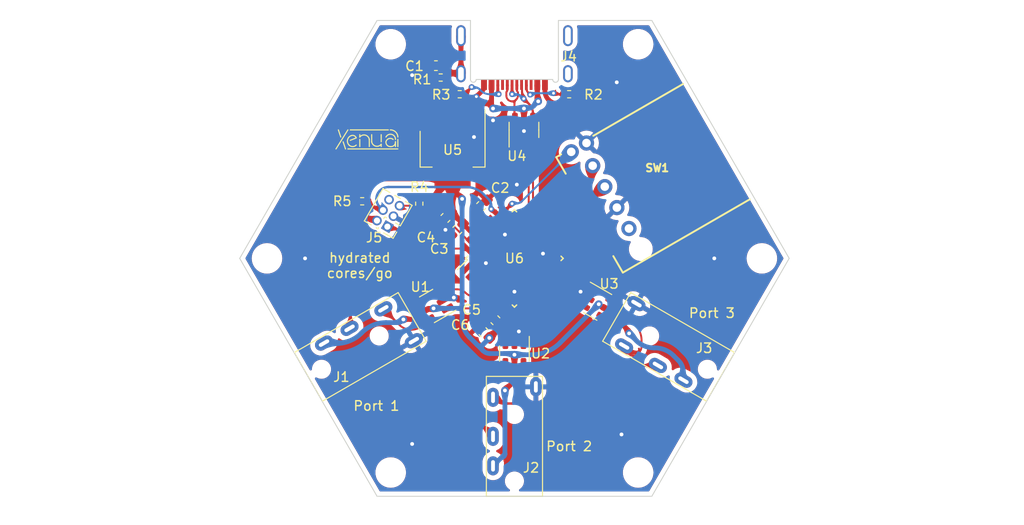
<source format=kicad_pcb>
(kicad_pcb (version 20211014) (generator pcbnew)

  (general
    (thickness 1.6)
  )

  (paper "A4")
  (layers
    (0 "F.Cu" signal)
    (31 "B.Cu" signal)
    (32 "B.Adhes" user "B.Adhesive")
    (33 "F.Adhes" user "F.Adhesive")
    (34 "B.Paste" user)
    (35 "F.Paste" user)
    (36 "B.SilkS" user "B.Silkscreen")
    (37 "F.SilkS" user "F.Silkscreen")
    (38 "B.Mask" user)
    (39 "F.Mask" user)
    (40 "Dwgs.User" user "User.Drawings")
    (41 "Cmts.User" user "User.Comments")
    (42 "Eco1.User" user "User.Eco1")
    (43 "Eco2.User" user "User.Eco2")
    (44 "Edge.Cuts" user)
    (45 "Margin" user)
    (46 "B.CrtYd" user "B.Courtyard")
    (47 "F.CrtYd" user "F.Courtyard")
    (48 "B.Fab" user)
    (49 "F.Fab" user)
    (50 "User.1" user)
    (51 "User.2" user)
    (52 "User.3" user)
    (53 "User.4" user)
    (54 "User.5" user)
    (55 "User.6" user)
    (56 "User.7" user)
    (57 "User.8" user)
    (58 "User.9" user)
  )

  (setup
    (stackup
      (layer "F.SilkS" (type "Top Silk Screen"))
      (layer "F.Paste" (type "Top Solder Paste"))
      (layer "F.Mask" (type "Top Solder Mask") (thickness 0.01))
      (layer "F.Cu" (type "copper") (thickness 0.035))
      (layer "dielectric 1" (type "core") (thickness 1.51) (material "FR4") (epsilon_r 4.5) (loss_tangent 0.02))
      (layer "B.Cu" (type "copper") (thickness 0.035))
      (layer "B.Mask" (type "Bottom Solder Mask") (thickness 0.01))
      (layer "B.Paste" (type "Bottom Solder Paste"))
      (layer "B.SilkS" (type "Bottom Silk Screen"))
      (copper_finish "None")
      (dielectric_constraints no)
    )
    (pad_to_mask_clearance 0)
    (pcbplotparams
      (layerselection 0x00010fc_ffffffff)
      (disableapertmacros false)
      (usegerberextensions false)
      (usegerberattributes true)
      (usegerberadvancedattributes true)
      (creategerberjobfile true)
      (svguseinch false)
      (svgprecision 6)
      (excludeedgelayer true)
      (plotframeref false)
      (viasonmask false)
      (mode 1)
      (useauxorigin false)
      (hpglpennumber 1)
      (hpglpenspeed 20)
      (hpglpendiameter 15.000000)
      (dxfpolygonmode true)
      (dxfimperialunits true)
      (dxfusepcbnewfont true)
      (psnegative false)
      (psa4output false)
      (plotreference true)
      (plotvalue true)
      (plotinvisibletext false)
      (sketchpadsonfab false)
      (subtractmaskfromsilk false)
      (outputformat 1)
      (mirror false)
      (drillshape 1)
      (scaleselection 1)
      (outputdirectory "")
    )
  )

  (net 0 "")
  (net 1 "Net-(C1-Pad1)")
  (net 2 "GND")
  (net 3 "Net-(C2-Pad2)")
  (net 4 "+3V3")
  (net 5 "Net-(J1-PadR1)")
  (net 6 "Net-(J1-PadR2)")
  (net 7 "Net-(J2-PadR1)")
  (net 8 "Net-(J2-PadR2)")
  (net 9 "Net-(J3-PadR1)")
  (net 10 "Net-(J3-PadR2)")
  (net 11 "/SWDIO")
  (net 12 "/RST")
  (net 13 "/SWCLK")
  (net 14 "unconnected-(J5-Pad6)")
  (net 15 "Net-(J4-PadA5)")
  (net 16 "Net-(J4-PadB5)")
  (net 17 "/P1_SCL")
  (net 18 "/P1_SDA")
  (net 19 "/P2_SCL")
  (net 20 "/P2_SDA")
  (net 21 "/P3_SCL")
  (net 22 "/P3_SDA")
  (net 23 "/USBD-")
  (net 24 "/USBD+")
  (net 25 "/DP")
  (net 26 "VBUS")
  (net 27 "/DM")
  (net 28 "unconnected-(U6-Pad1)")
  (net 29 "unconnected-(U6-Pad2)")
  (net 30 "unconnected-(U6-Pad3)")
  (net 31 "unconnected-(U6-Pad4)")
  (net 32 "unconnected-(U6-Pad7)")
  (net 33 "unconnected-(U6-Pad8)")
  (net 34 "unconnected-(U6-Pad13)")
  (net 35 "unconnected-(U6-Pad14)")
  (net 36 "unconnected-(U6-Pad15)")
  (net 37 "unconnected-(U6-Pad16)")
  (net 38 "unconnected-(U6-Pad22)")
  (net 39 "unconnected-(U6-Pad27)")
  (net 40 "unconnected-(J4-PadA8)")
  (net 41 "unconnected-(J4-PadB8)")
  (net 42 "/SW1")
  (net 43 "/SW_A")
  (net 44 "/SW_B")
  (net 45 "unconnected-(U6-Pad21)")

  (footprint "Package_TO_SOT_SMD:SOT-23-6" (layer "F.Cu") (at 187 52 -150))

  (footprint "pj320a:Jack_3.5mm_PJ320A_Horizontal" (layer "F.Cu") (at 175.229681 58.65 30))

  (footprint "MountingHole:MountingHole_2.2mm_M2_DIN965" (layer "F.Cu") (at 208.5 69.5))

  (footprint "Package_TO_SOT_SMD:SOT-23-6" (layer "F.Cu") (at 195.5 57 -90))

  (footprint "MountingHole:MountingHole_2.2mm_M2_DIN965" (layer "F.Cu") (at 182.5 24.5))

  (footprint "Resistor_SMD:R_0402_1005Metric_Pad0.72x0.64mm_HandSolder" (layer "F.Cu") (at 185.5 41.25 -90))

  (footprint "Resistor_SMD:R_0402_1005Metric_Pad0.72x0.64mm_HandSolder" (layer "F.Cu") (at 189.75 29.75))

  (footprint "Capacitor_SMD:C_0603_1608Metric_Pad1.08x0.95mm_HandSolder" (layer "F.Cu") (at 192.25 54.75 135))

  (footprint "MountingHole:MountingHole_2.2mm_M2_DIN965" (layer "F.Cu") (at 208.5 24.5))

  (footprint "Capacitor_SMD:C_0603_1608Metric_Pad1.08x0.95mm_HandSolder" (layer "F.Cu") (at 189.5 44 -135))

  (footprint "Package_TO_SOT_SMD:SOT-23-6" (layer "F.Cu") (at 196.5 33.5 90))

  (footprint "MountingHole:MountingHole_2.2mm_M2_DIN965" (layer "F.Cu") (at 169.5 47))

  (footprint "Resistor_SMD:R_0402_1005Metric_Pad0.72x0.64mm_HandSolder" (layer "F.Cu") (at 201.25 29.75))

  (footprint "Capacitor_SMD:C_0603_1608Metric_Pad1.08x0.95mm_HandSolder" (layer "F.Cu") (at 187.25 26.75 180))

  (footprint "Capacitor_SMD:C_0603_1608Metric_Pad1.08x0.95mm_HandSolder" (layer "F.Cu") (at 192 41.5 -135))

  (footprint "Resistor_SMD:R_0402_1005Metric_Pad0.72x0.64mm_HandSolder" (layer "F.Cu") (at 187.75 28 180))

  (footprint "xenua:USB_C_Receptacle_GCT_USB4510" (layer "F.Cu") (at 195.5 22 180))

  (footprint "pj320a:Jack_3.5mm_PJ320A_Horizontal" (layer "F.Cu") (at 215.770319 58.65 150))

  (footprint "pj320a:Jack_3.5mm_PJ320A_Horizontal" (layer "F.Cu") (at 195.5 70.4 90))

  (footprint "xenua:EVQWGD001" (layer "F.Cu") (at 210.5 37.75 30))

  (footprint "xenua:sig" (layer "F.Cu") (at 176.75 35.5))

  (footprint "Package_QFP:TQFP-32_7x7mm_P0.8mm" (layer "F.Cu") (at 195.5 47 45))

  (footprint "Package_TO_SOT_SMD:SOT-223-3_TabPin2" (layer "F.Cu") (at 189 35.5 -90))

  (footprint "Capacitor_SMD:C_0603_1608Metric_Pad1.08x0.95mm_HandSolder" (layer "F.Cu") (at 188.25 42.75 -135))

  (footprint "Connector_PinHeader_1.27mm:PinHeader_2x03_P1.27mm_Vertical" (layer "F.Cu") (at 182.153766 43.666683 150))

  (footprint "MountingHole:MountingHole_2.2mm_M2_DIN965" (layer "F.Cu") (at 182.5 69.5))

  (footprint "Resistor_SMD:R_0402_1005Metric_Pad0.72x0.64mm_HandSolder" (layer "F.Cu") (at 179.5 41 180))

  (footprint "Package_TO_SOT_SMD:SOT-23-6" (layer "F.Cu") (at 204.25 51.75 -30))

  (footprint "MountingHole:MountingHole_2.2mm_M2_DIN965" (layer "F.Cu") (at 221.5 47))

  (footprint "Capacitor_SMD:C_0603_1608Metric_Pad1.08x0.95mm_HandSolder" (layer "F.Cu") (at 193.5 53.5 135))

  (gr_line (start 195.5 28.3) (end 196.5 28.3) (layer "Dwgs.User") (width 0.15) (tstamp 31bd80de-4bb5-4c77-a663-2affc4147372))
  (gr_line (start 195.5 28.3) (end 194.5 28.3) (layer "Dwgs.User") (width 0.15) (tstamp 944dbd01-505d-494d-9f63-f2c8bd1db418))
  (gr_line (start 224.368 47) (end 209.934 72) (layer "Edge.Cuts") (width 0.1) (tstamp 0743bc59-afe2-4752-9e56-a24822d18aaa))
  (gr_line (start 181.066 22) (end 166.632 47) (layer "Edge.Cuts") (width 0.1) (tstamp 473ddb9d-3e9e-4912-a8c3-fb5b4dbbf8df))
  (gr_line (start 200.12 22) (end 209.934 22) (layer "Edge.Cuts") (width 0.1) (tstamp a6571e26-fdcf-48c3-8604-da94c9af25e8))
  (gr_line (start 181.066 72) (end 209.934 72) (layer "Edge.Cuts") (width 0.1) (tstamp c8afab4b-9964-4341-bc31-892e7e579723))
  (gr_line (start 224.368 47) (end 209.934 22) (layer "Edge.Cuts") (width 0.1) (tstamp dd35352e-d89e-484d-bef8-bac58c66a85a))
  (gr_line (start 166.632 47) (end 181.066 72) (layer "Edge.Cuts") (width 0.1) (tstamp ee989edf-8027-449d-bb77-fbb7e3e7649d))
  (gr_line (start 181.066 22) (end 190.88 22) (layer "Edge.Cuts") (width 0.1) (tstamp f46c70dd-2f86-4294-a0b2-5b136aa818ef))
  (gr_text "Port 3" (at 216.25 52.75) (layer "F.SilkS") (tstamp 5766246d-539d-4256-86a4-9f8349610f84)
    (effects (font (size 1 1) (thickness 0.15)))
  )
  (gr_text "hydrated\ncores/go" (at 179.25 47.75) (layer "F.SilkS") (tstamp 7aeda96c-46b8-4006-b414-502a4fefdd07)
    (effects (font (size 1 1) (thickness 0.15)))
  )
  (gr_text "Port 2" (at 201.25 66.75) (layer "F.SilkS") (tstamp 9148d79b-a1b9-4ec5-ae49-7b2d5d0299a9)
    (effects (font (size 1 1) (thickness 0.15)))
  )
  (gr_text "Port 1" (at 181 62.5) (layer "F.SilkS") (tstamp e577fdcc-c176-4b4b-a228-e30f5b47f147)
    (effects (font (size 1 1) (thickness 0.15)))
  )

  (segment (start 189.030342 27.6) (end 189.42125 27.6) (width 0.5) (layer "F.Cu") (net 1) (tstamp 3f1b46a9-de00-44b6-b302-95ba5d4fc7be))
  (segment (start 189.88 27.14125) (end 189.88 23.6) (width 0.5) (layer "F.Cu") (net 1) (tstamp 8ef27395-8f02-4464-91f7-6df2b86cc43f))
  (segment (start 188.5475 27.8) (end 188.3475 28) (width 0.5) (layer "F.Cu") (net 1) (tstamp a8438cf0-2b94-4a9d-8963-c8f4621cc31d))
  (segment (start 188.638114 27.275614) (end 188.1125 26.75) (width 0.5) (layer "F.Cu") (net 1) (tstamp d354ecac-b3bc-4fed-903e-10d10882139b))
  (arc (start 189.88 27.14125) (mid 189.745635 27.465635) (end 189.42125 27.6) (width 0.5) (layer "F.Cu") (net 1) (tstamp 0667208e-872f-444a-9ed0-78a1b5f392d2))
  (arc (start 189.030342 27.6) (mid 188.769029 27.651978) (end 188.5475 27.8) (width 0.5) (layer "F.Cu") (net 1) (tstamp 22fd57c4-481e-4417-b920-694451210da2))
  (arc (start 188.638114 27.275614) (mid 188.99742 27.515694) (end 189.42125 27.6) (width 0.5) (layer "F.Cu") (net 1) (tstamp 7aad0cca-fb50-4041-9a10-5380cb0860ac))
  (arc (start 189.42125 27.6) (mid 189.42125 27.6) (end 189.42125 27.6) (width 0.5) (layer "F.Cu") (net 1) (tstamp 7fd11519-eb9e-4413-8ca2-e43e38c699f6))
  (arc (start 189.42125 27.6) (mid 189.745635 27.465635) (end 189.88 27.14125) (width 0.5) (layer "F.Cu") (net 1) (tstamp bc29a09d-ebbe-4bab-9edb-114e75ee17a4))
  (segment (start 188.25 44) (end 188.849188 44.599188) (width 0.5) (layer "F.Cu") (net 2) (tstamp 03719843-5435-4291-8e92-d5b393806fb9))
  (segment (start 187.64012 43.375) (end 187.64012 43.60988) (width 0.5) (layer "F.Cu") (net 2) (tstamp 11dc4169-9f40-4605-8579-68c147f18d6b))
  (segment (start 195.5 50.5) (end 195.835786 50.5) (width 0.5) (layer "F.Cu") (net 2) (tstamp 19231caf-260d-414a-8f99-844fa96fa85d))
  (segment (start 191.3 32.4) (end 191.3 34.164644) (width 0.5) (layer "F.Cu") (net 2) (tstamp 1ef98e3c-1ed0-4ea3-997b-56d6e4637e06))
  (segment (start 203.083322 51.133822) (end 202.4495 50.5) (width 0.5) (layer "F.Cu") (net 2) (tstamp 215ce0f6-5af5-4b67-ae69-b288192d34e1))
  (segment (start 201.423749 30.326249) (end 201.793583 29.956416) (width 0.5) (layer "F.Cu") (net 2) (tstamp 27f54d44-db75-494a-bf17-28711be56dd5))
  (segment (start 200.400727 30.75) (end 200.065685 30.75) (width 0.5) (layer "F.Cu") (net 2) (tstamp 3367fb38-f56e-440d-91f9-dfa690d3f082))
  (segment (start 188.875 44.60988) (end 188.89012 44.60988) (width 0.5) (layer "F.Cu") (net 2) (tstamp 3a447120-bb13-4c44-a114-ff648619224b))
  (segment (start 191.64012 54.14012) (end 191.34012 54.14012) (width 0.5) (layer "F.Cu") (net 2) (tstamp 4301754c-6d5d-4383-afc6-8c9a9e772a4c))
  (segment (start 191.35 32.35) (end 192.993933 32.35) (width 0.5) (layer "F.Cu") (net 2) (tstamp 55f1c4af-adb5-49e0-ace7-9fc384f5d29d))
  (segment (start 194.5 44.5) (end 194.032843 44.5) (width 0.5) (layer "F.Cu") (net 2) (tstamp 671095b0-ed5a-4ae7-ac85-9ee83cba59d8))
  (segment (start 187.650811 43.400811) (end 188.25 44) (width 0.5) (layer "F.Cu") (net 2) (tstamp 6fc9f2c2-bef9-48e2-9027-eb42ac7b78fe))
  (segment (start 193.25 32.5) (end 193.175 32.425) (width 0.5) (layer "F.Cu") (net 2) (tstamp 76bbad38-00e2-41b2-9ddd-aff8d95e873f))
  (segment (start 193.235356 44.16967) (end 192.777639 43.711953) (width 0.5) (layer "F.Cu") (net 2) (tstamp 844267ab-0c59-45ad-9cf9-19c1e73a2831))
  (segment (start 191.3 32.414644) (end 191.3 32.4) (width 0.5) (layer "F.Cu") (net 2) (tstamp 86b0791e-e64d-41a6-9b4e-9b2d1dee1dac))
  (segment (start 192.3 28.975244) (end 192.3 28.75) (width 0.5) (layer "F.Cu") (net 2) (tstamp 8732a11f-3ef6-4396-b98d-830ac6bfa2c8))
  (segment (start 198.7 29.384314) (end 198.7 28.75) (width 0.5) (layer "F.Cu") (net 2) (tstamp 89e4cfba-750c-4083-acc4-ed21bb6833df))
  (segment (start 188.517086 51.119622) (end 189.130378 51.119622) (width 0.5) (layer "F.Cu") (net 2) (tstamp 976eff56-3816-452d-9c77-d211b78adaef))
  (segment (start 188.140918 51.275436) (end 187.985104 51.43125) (width 0.5) (layer "F.Cu") (net 2) (tstamp 9821fdbc-a1cd-4bf4-b25b-5f699978c34b))
  (segment (start 191.275 34.225) (end 191.25 34.25) (width 0.5) (layer "F.Cu") (net 2) (tstamp 9a5c3670-eaa7-4dcf-9286-43ba42ac67e7))
  (segment (start 196.5 33.6245) (end 196.5 34.6375) (width 0.5) (layer "F.Cu") (net 2) (tstamp a3af9b14-6380-4eca-a818-510262168f6c))
  (segment (start 203.197823 51.18125) (end 203.264896 51.18125) (width 0.5) (layer "F.Cu") (net 2) (tstamp a6e977e2-d6fd-497d-8dbf-799018d7fc04))
  (segment (start 192.60988 40.89012) (end 192.85988 40.89012) (width 0.5) (layer "F.Cu") (net 2) (tstamp b9c85551-8712-46b2-8570-ce78df9e2527))
  (segment (start 195.5 55.473111) (end 195.5 55.8625) (width 0.5) (layer "F.Cu") (net 2) (tstamp bd5982a1-f298-433e-aa00-1ad636989dff))
  (segment (start 196.409009 50.737436) (end 197.09099 51.419417) (width 0.5) (layer "F.Cu") (net 2) (tstamp cb6c4e8c-26d9-4358-bd61-00ae2e9a6b1a))
  (segment (start 201.8475 29.82625) (end 201.8475 29.75) (width 0.5) (layer "F.Cu") (net 2) (tstamp d0f6e10f-1fd2-416c-88b9-9d59eb93655c))
  (segment (start 191.5 30.000489) (end 192.140728 29.35976) (width 0.5) (layer "F.Cu") (net 2) (tstamp d2070829-6614-4d36-90ec-2c8dd2f421fd))
  (segment (start 191.275 32.475) (end 191.25 32.5) (width 0.5) (layer "F.Cu") (net 2) (tstamp e8fa3293-2de2-4a5a-9283-356607904c7c))
  (segment (start 195.964813 54.679626) (end 195.732406 54.912032) (width 0.5) (layer "F.Cu") (net 2) (tstamp fae566e4-cd29-42fd-a0cf-1046552b93b0))
  (via (at 216.5 47) (size 0.8) (drill 0.4) (layers "F.Cu" "B.Cu") (free) (net 2) (tstamp 03236581-83d5-46f9-9b92-dfba08a17e3e))
  (via (at 191.25 34.25) (size 0.8) (drill 0.4) (layers "F.Cu" "B.Cu") (net 2) (tstamp 1c4bf035-050b-405c-bea5-ceb3db0151fd))
  (via (at 195.964813 54.679626) (size 0.8) (drill 0.4) (layers "F.Cu" "B.Cu") (net 2) (tstamp 2eb2e4d3-f2ce-4f29-9070-1c4837a13861))
  (via (at 188.25 44) (size 0.8) (drill 0.4) (layers "F.Cu" "B.Cu") (net 2) (tstamp 2fe521ff-d6d1-4c05-8296-4c946423024c))
  (via (at 194.5 44.5) (size 0.8) (drill 0.4) (layers "F.Cu" "B.Cu") (free) (net 2) (tstamp 3b4c2257-f4dd-4ad9-b415-910c47910fb8))
  (via (at 192.5 47.5) (size 0.8) (drill 0.4) (layers "F.Cu" "B.Cu") (free) (net 2) (tstamp 43044d53-b707-4d3a-afb5-42d6b6af2e7c))
  (via (at 195.5 50.5) (size 0.8) (drill 0.4) (layers "F.Cu" "B.Cu") (free) (net 2) (tstamp 6431d07b-1cc3-48bf-98c9-a73b1e3fc17b))
  (via (at 173.5 47) (size 0.8) (drill 0.4) (layers "F.Cu" "B.Cu") (free) (net 2) (tstamp 841a072b-b3fa-45b8-a76b-f9a5c81a1364))
  (via (at 191.5 30.000489) (size 0.6) (drill 0.3) (layers "F.Cu" "B.Cu") (net 2) (tstamp 91f3669f-b5e2-4adf-afb0-e37eed958e60))
  (via (at 202.4495 50.5) (size 0.8) (drill 0.4) (layers "F.Cu" "B.Cu") (net 2) (tstamp 9707b9bf-a5fc-4e09-aebe-5bc06e829499))
  (via (at 206.75 65.5) (size 0.8) (drill 0.4) (layers "F.Cu" "B.Cu") (free) (net 2) (tstamp adb90deb-6853-4230-a382-6c8831b3f4f3))
  (via (at 198.5 46.5) (size 0.8) (drill 0.4) (layers "F.Cu" "B.Cu") (free) (net 2) (tstamp b439546a-c621-4887-b3aa-bc0ca20da5cb))
  (via (at 189.130378 51.119622) (size 0.8) (drill 0.4) (layers "F.Cu" "B.Cu") (net 2) (tstamp b6eda8ee-c639-4010-a71e-f418426c448a))
  (via (at 195.75 39.25) (size 0.8) (drill 0.4) (layers "F.Cu" "B.Cu") (free) (net 2) (tstamp bc4305ae-ca06-4789-823d-45aef5e290e2))
  (via (at 184.75 27.75) (size 0.8) (drill 0.4) (layers "F.Cu" "B.Cu") (free) (net 2) (tstamp c490a0cc-a139-4ae9-b6ad-1f989dec564b))
  (via (at 193.25 32.5) (size 0.8) (drill 0.4) (layers "F.Cu" "B.Cu") (net 2) (tstamp c569fb6a-628e-48b4-805b-d04f577f815a))
  (via (at 196.5 33.6245) (size 0.8) (drill 0.4) (layers "F.Cu" "B.Cu") (net 2) (tstamp d52eb3e6-c3f0-4f18-ac0b-40f1f9e6fd5e))
  (via (at 206.25 28.5) (size 0.8) (drill 0.4) (layers "F.Cu" "B.Cu") (free) (net 2) (tstamp f0d4f2d5-ebc4-472c-9ad0-46e60ab32a6a))
  (via (at 184.75 66.5) (size 0.8) (drill 0.4) (layers "F.Cu" "B.Cu") (free) (net 2) (tstamp fd8cd4a1-8cce-4033-93c0-c4b68cc71c6b))
  (arc (start 191.3 32.414644) (mid 191.293502 32.447308) (end 191.275 32.475) (width 0.5) (layer "F.Cu") (net 2) (tstamp 00c9c1c9-df78-4bf8-a378-9edee7dafbe3))
  (arc (start 199.1 30.35) (mid 199.54306 30.646043) (end 200.065685 30.75) (width 0.5) (layer "F.Cu") (net 2) (tstamp 11cae898-6e02-4314-87c3-bfa88f249303))
  (arc (start 188.517086 51.119622) (mid 188.313505 51.160116) (end 188.140918 51.275436) (width 0.5) (layer "F.Cu") (net 2) (tstamp 127b0e8c-8b10-4db4-b691-908ac98caaf1))
  (arc (start 193.235356 44.16967) (mid 193.601246 44.41415) (end 194.032843 44.5) (width 0.5) (layer "F.Cu") (net 2) (tstamp 217a6ab0-8c75-4e09-8113-c7b7b906da43))
  (arc (start 192.3 28.975244) (mid 192.258606 29.183342) (end 192.140728 29.35976) (width 0.5) (layer "F.Cu") (net 2) (tstamp 3019c847-3ccf-490a-9dd6-694227c3fba5))
  (arc (start 198.7 29.384314) (mid 198.803956 29.906939) (end 199.1 30.35) (width 0.5) (layer "F.Cu") (net 2) (tstamp 3a4d7b94-8b26-4555-b396-f2e88aea5db3))
  (arc (start 201.8475 29.82625) (mid 201.833487 29.896695) (end 201.793583 29.956416) (width 0.5) (layer "F.Cu") (net 2) (tstamp 41ef6d8e-078c-46e5-a743-15f86f94b1c5))
  (arc (start 195.732406 54.912032) (mid 195.5604 55.169457) (end 195.5 55.473111) (width 0.5) (layer "F.Cu") (net 2) (tstamp 57881c8f-ea31-4450-bce6-89885e0a9bfd))
  (arc (start 193.175 32.425) (mid 193.091925 32.369491) (end 192.993933 32.35) (width 0.5) (layer "F.Cu") (net 2) (tstamp 60a7dcc1-b459-4b69-be02-f48b66a815f0))
  (arc (start 203.083322 51.133822) (mid 203.135855 51.168923) (end 203.197823 51.18125) (width 0.5) (layer "F.Cu") (net 2) (tstamp 6428332e-b689-4aa8-86bb-3bee31b6f177))
  (arc (start 191.3 34.164644) (mid 191.293502 34.197308) (end 191.275 34.225) (width 0.5) (layer "F.Cu") (net 2) (tstamp 7401f61b-dc36-4f5a-ba3e-b101a22bf1fc))
  (arc (start 191.3 32.4) (mid 191.314644 32.364644) (end 191.35 32.35) (width 0.5) (layer "F.Cu") (net 2) (tstamp 741561bb-6157-4c58-bb00-0f2a32b21238))
  (arc (start 191.3 32.4) (mid 191.3 32.4) (end 191.3 32.4) (width 0.5) (layer "F.Cu") (net 2) (tstamp 76a87642-211c-44f2-a488-190d6dc3728e))
  (arc (start 191.35 32.35) (mid 191.314644 32.364644) (end 191.3 32.4) (width 0.5) (layer "F.Cu") (net 2) (tstamp 8c4cd1a2-9a92-4fba-aa2e-8b86c17dce10))
  (arc (start 201.423749 30.326249) (mid 200.954382 30.63987) (end 200.400727 30.75) (width 0.5) (layer "F.Cu") (net 2) (tstamp 92419cc9-1070-47aa-876c-2cf8f5a03a47))
  (arc (start 196.409009 50.737436) (mid 196.146012 50.561707) (end 195.835786 50.5) (width 0.5) (layer "F.Cu") (net 2) (tstamp a3722fe0-facc-42fa-a01b-a26433c9d7fe))
  (arc (start 188.849188 44.599188) (mid 188.86103 44.607101) (end 188.875 44.60988) (width 0.5) (layer "F.Cu") (net 2) (tstamp da151d0a-a1fa-4865-aa78-eb4b6082fbfd))
  (arc (start 187.64012 43.375) (mid 187.64012 43.375) (end 187.64012 43.375) (width 0.5) (layer "F.Cu") (net 2) (tstamp f8df4375-570f-4eb0-868e-4f350bd24547))
  (arc (start 187.64012 43.375) (mid 187.642898 43.388968) (end 187.650811 43.400811) (width 0.5) (layer "F.Cu") (net 2) (tstamp fbca7d5b-4a19-4f46-9697-74b3068179aa))
  (segment (start 191.801036 43.866722) (end 192.211953 44.277639) (width 0.3) (layer "F.Cu") (net 3) (tstamp 1bd98adf-6059-495f-94b7-9f4ef4e778fb))
  (segment (start 191.39012 42.874682) (end 191.39012 42.10988) (width 0.3) (layer "F.Cu") (net 3) (tstamp 22f790b9-c1d9-412d-ac0e-7bd254369216))
  (arc (start 191.39012 42.874682) (mid 191.496913 43.41157) (end 191.801036 43.866722) (width 0.3) (layer "F.Cu") (net 3) (tstamp d5128f0b-0a4f-4337-a7f7-9a3dfe4ad4f9))
  (segment (start 189.48488 42.76512) (end 188.92994 42.21018) (width 0.5) (layer "F.Cu") (net 4) (tstamp 0376f97d-4fda-40e2-8ae7-be256dd0b17a))
  (segment (start 205.193281 52.31875) (end 205.049712 52.31875) (width 0.5) (layer "F.Cu") (net 4) (tstamp 04cd1be7-98f7-4cec-9bc2-093fcec1606d))
  (segment (start 189 39.2) (end 189 41.90092) (width 0.5) (layer "F.Cu") (net 4) (tstamp 04d8fd5a-af67-40da-a8c2-f7fab9d79c3b))
  (segment (start 180.700361 43.031683) (end 181.053914 43.031683) (width 0.5) (layer "F.Cu") (net 4) (tstamp 05c774ee-1959-4a16-b1aa-463d07c36000))
  (segment (start 195.5 57.631) (end 195.5 58.644) (width 0.5) (layer "F.Cu") (net 4) (tstamp 098afe52-27f0-4ec0-bf39-4eb766d2a851))
  (segment (start 178.9025 40.706312) (end 178.9025 40.267483) (width 0.5) (layer "F.Cu") (net 4) (tstamp 0b25d268-c1de-4944-b54c-bbdbe2b2ccd7))
  (segment (start 191.604676 44.843324) (end 191.646268 44.843324) (width 0.5) (layer "F.Cu") (net 4) (tstamp 23bdbd44-4a30-4d2c-b3c5-4d4dfb6ad7d1))
  (segment (start 189 38.1) (end 189 39.2) (width 0.5) (layer "F.Cu") (net 4) (tstamp 2ff15691-c9f8-4e08-a694-3230522780fc))
  (segment (start 185.85552 52.728124) (end 185.590147 52.993498) (width 0.5) (layer "F.Cu") (net 4) (tstamp 32dcc70a-1e38-4dff-8bd2-7fe6cd7ba6cd))
  (segment (start 195.5 58.644) (end 195.5 59.168393) (width 0.5) (layer "F.Cu") (net 4) (tstamp 37df637f-662f-40f0-adc0-7d1db39f5ebd))
  (segment (start 189 38.1) (end 189 32.35) (width 0.5) (layer "F.Cu") (net 4) (tstamp 37ffdb94-6f74-4094-8d04-8477df25c710))
  (segment (start 187 52.25) (end 186.559036 52.25) (width 0.5) (layer "F.Cu") (net 4) (tstamp 4fd2be35-f3dc-4152-8d6b-941d855e1521))
  (segment (start 186.24875 40.6525) (end 185.5 40.6525) (width 0.5) (layer "F.Cu") (net 4) (tstamp 5a39367f-3e07-4291-b768-0eec713e54da))
  (segment (start 189.388908 40.138908) (end 190 40.75) (width 0.5) (layer "F.Cu") (net 4) (tstamp 5f0d7789-3d8e-4525-b01d-b4b0497082e8))
  (segment (start 191.533674 44.813914) (end 190.73488 44.01512) (width 0.5) (layer "F.Cu") (net 4) (tstamp 653c887b-6912-4e12-9d5b-b353929ef1fc))
  (segment (start 205.276927 52.31875) (end 205.31875 52.31875) (width 0.5) (layer "F.Cu") (net 4) (tstamp 6a1464e6-525c-4f06-8066-5df619f0f8e1))
  (segment (start 186.174271 52.409375) (end 185.85552 52.728124) (width 0.5) (layer "F.Cu") (net 4) (tstamp 7cbc8c8d-fbc1-4902-ac93-6c241131aada))
  (segment (start 194.734879 53.484879) (end 196.131897 52.087862) (width 0.5) (layer "F.Cu") (net 4) (tstamp 83428e0e-6169-45e1-8979-696ca9eea4f3))
  (segment (start 204.357821 51.81225) (end 204.733229 52.187658) (width 0.5) (layer "F.Cu") (net 4) (tstamp 87595e44-a48a-4a99-85f5-ef2ea90c9e37))
  (segment (start 207.5505 54.757262) (end 207.5505 54.880378) (width 0.5) (layer "F.Cu") (net 4) (tstamp 8b5bfda2-79a7-4762-a6d8-16647750378e))
  (segment (start 194.734879 53.484879) (end 193.48488 54.73488) (width 0.5) (layer "F.Cu") (net 4) (tstamp 96815f61-f3f5-43c2-b68f-856577233f16))
  (segment (start 207.463443 54.547089) (end 205.264677 52.348323) (width 0.5) (layer "F.Cu") (net 4) (tstamp 9e999c9d-e058-4f07-9aa3-a9dc594b76bf))
  (segment (start 180.519983 38.65) (end 188.45 38.65) (width 0.5) (layer "F.Cu") (net 4) (tstamp a7b7c2bc-370b-479f-abce-4c34481bb786))
  (segment (start 196.379981 51.985103) (end 196.525305 51.985103) (width 0.5) (layer "F.Cu") (net 4) (tstamp a9eb8cd6-d2df-495d-97f8-cf25705e5da3))
  (segment (start 178.9025 40.706312) (end 178.9025 41.293687) (width 0.5) (layer "F.Cu") (net 4) (tstamp ad4fcc27-bf1e-4e2e-ab26-9b8032da7693))
  (segment (start 195 60.3755) (end 194.5 60.8755) (width 0.5) (layer "F.Cu") (net 4) (tstamp b98b2aa4-f17c-4944-a63b-517efd27344b))
  (segment (start 180.096808 42.781683) (end 179.110168 41.795043) (width 0.5) (layer "F.Cu") (net 4) (tstamp bccd5a46-1da8-4bf1-9b2a-fb1f16fc8920))
  (segment (start 192.85988 55.35988) (end 193.48488 54.73488) (width 0.5) (layer "F.Cu") (net 4) (tstamp c71cbc25-a226-480e-9120-4c90056547ed))
  (segment (start 189.48488 42.76512) (end 190.73488 44.01512) (width 0.5) (layer "F.Cu") (net 4) (tstamp c7524402-4dbd-4d05-888d-edab7e79a150))
  (segment (start 188.611091 39.038908) (end 187.526946 40.123053) (width 0.5) (layer "F.Cu") (net 4) (tstamp d0f049fb-26c8-40cf-b864-89ecd411f7f5))
  (segment (start 183.831753 53.418247) (end 184.564713 53.418247) (width 0.5) (layer "F.Cu") (net 4) (tstamp db128544-f66c-42f4-beb9-1d8c80c15d88))
  (segment (start 195.5 57.631) (end 195.5 57.1245) (width 0.5) (layer "F.Cu") (net 4) (tstamp fa5ea037-1b76-4529-80bf-e23d4b9a0e7b))
  (segment (start 205.193281 52.31875) (end 205.276927 52.31875) (width 0.5) (layer "F.Cu") (net 4) (tstamp fed6a1e7-e233-4dff-87e0-8992a65c8dd0))
  (via (at 207.5505 54.880378) (size 0.8) (drill 0.4) (layers "F.Cu" "B.Cu") (net 4) (tstamp 15841606-09ac-42c9-ac6d-455675705d16))
  (via (at 192.85988 55.35988) (size 0.8) (drill 0.4) (layers "F.Cu" "B.Cu") (net 4) (tstamp 1c637a12-9164-4b3f-bfa5-f05fb9034af2))
  (via (at 190 40.75) (size 0.8) (drill 0.4) (layers "F.Cu" "B.Cu") (net 4) (tstamp 1fd275a0-197e-4d60-9ea7-4acf500af443))
  (via (at 195.5 57.1245) (size 0.8) (drill 0.4) (layers "F.Cu" "B.Cu") (net 4) (tstamp 3cf37809-8882-441f-bd8e-11eadeb9b4f2))
  (via (at 194.5 60.8755) (size 0.8) (drill 0.4) (layers "F.Cu" "B.Cu") (net 4) (tstamp 4e3faa3b-685b-4b59-bbf2-b4a54ad2dfc1))
  (via (at 183.831753 53.418247) (size 0.8) (drill 0.4) (layers "F.Cu" "B.Cu") (net 4) (tstamp 60d2675f-2544-4550-ba8e-d0ef2889d24f))
  (via (at 187 52.25) (size 0.8) (drill 0.4) (layers "F.Cu" "B.Cu") (net 4) (tstamp 88c5b4a9-3364-45ea-b9c0-bb33f0271133))
  (via (at 204.357821 51.81225) (size 0.8) (drill 0.4) (layers "F.Cu" "B.Cu") (net 4) (tstamp b9112406-6880-496a-8cf3-329d93d8abc3))
  (arc (start 188.45 38.65) (mid 188.838908 38.488908) (end 189 38.1) (width 0.5) (layer "F.Cu") (net 4) (tstamp 0de7d0e7-c8d5-482b-8e8a-d56acfc6ebd8))
  (arc (start 188.92994 42.07006) (mid 188.90092 42.14012) (end 188.92994 42.21018) (width 0.5) (layer "F.Cu") (net 4) (tstamp 1558a593-7554-4709-a27f-f70400a2199d))
  (arc (start 188.611091 39.038908) (mid 188.660475 38.790635) (end 188.45 38.65) (width 0.5) (layer "F.Cu") (net 4) (tstamp 1aaf34a3-282e-4633-82fa-9d6cdf32efbb))
  (arc (start 189 39.2) (mid 189 39.2) (end 189 39.2) (width 0.5) (layer "F.Cu") (net 4) (tstamp 1ec648ca-df29-4910-86ed-6f48e345dbdb))
  (arc (start 185.590147 52.993498) (mid 185.119674 53.307858) (end 184.564713 53.418247) (width 0.5) (layer "F.Cu") (net 4) (tstamp 30cf5573-2ac5-4d4b-8678-7fcebe2bcd36))
  (arc (start 196.379981 51.985103) (mid 196.245719 52.011809) (end 196.131897 52.087862) (width 0.5) (layer "F.Cu") (net 4) (tstamp 3b450865-b2ef-4d25-9b34-4d42975b5e24))
  (arc (start 195.5 59.168393) (mid 195.370054 59.821674) (end 195 60.3755) (width 0.5) (layer "F.Cu") (net 4) (tstamp 4c38e5ef-0105-4756-a059-34a9c3247d1f))
  (arc (start 180.519983 38.65) (mid 179.900999 38.773123) (end 179.37625 39.12375) (width 0.5) (layer "F.Cu") (net 4) (tstamp 5b29962f-685a-409c-915c-9c4a92ed442a))
  (arc (start 180.096808 42.781683) (mid 180.37372 42.96671) (end 180.700361 43.031683) (width 0.5) (layer "F.Cu") (net 4) (tstamp 669e2f76-dce7-4b88-b383-d3587e6cc0cc))
  (arc (start 179.37625 39.12375) (mid 179.025623 39.648499) (end 178.9025 40.267483) (width 0.5) (layer "F.Cu") (net 4) (tstamp 6b013cb8-9e09-4a62-b02d-814d5cfa604e))
  (arc (start 186.559036 52.25) (mid 186.350802 52.29142) (end 186.174271 52.409375) (width 0.5) (layer "F.Cu") (net 4) (tstamp 782e74f8-8e76-4e6f-bfec-df9b9d96b19d))
  (arc (start 189 41.90092) (mid 188.981791 41.992457) (end 188.92994 42.07006) (width 0.5) (layer "F.Cu") (net 4) (tstamp 7c49dc93-96a1-4a8f-a667-a4ee5ad692a0))
  (arc (start 207.463443 54.547089) (mid 207.527874 54.643517) (end 207.5505 54.757262) (width 0.5) (layer "F.Cu") (net 4) (tstamp 7cc510d9-2339-42a7-bb31-eff1142f0636))
  (arc (start 189 39.2) (mid 189.101073 39.708133) (end 189.388908 40.138908) (width 0.5) (layer "F.Cu") (net 4) (tstamp 8e247c2e-b63e-4a70-8c32-64933e91ced0))
  (arc (start 205.276927 52.31875) (mid 205.260921 52.329444) (end 205.264677 52.348323) (width 0.5) (layer "F.Cu") (net 4) (tstamp 986fa662-6dc8-4009-9871-995c9cfdbebc))
  (arc (start 191.533674 44.813914) (mid 191.566249 44.83568) (end 191.604676 44.843324) (width 0.5) (layer "F.Cu") (net 4) (tstamp a60f8360-f38f-439d-b446-391101ae4282))
  (arc (start 204.733229 52.187658) (mid 204.878432 52.28468) (end 205.049712 52.31875) (width 0.5) (layer "F.Cu") (net 4) (tstamp a7035c1b-863b-4bbf-a32a-6ebba2814e2c))
  (arc (start 205.264677 52.348323) (mid 205.23192 52.326435) (end 205.193281 52.31875) (width 0.5) (layer "F.Cu") (net 4) (tstamp cd1b9f49-f6c4-4c81-a715-14d19fd506d7))
  (arc (start 178.9025 41.293687) (mid 178.956471 41.565019) (end 179.110168 41.795043) (width 0.5) (layer "F.Cu") (net 4) (tstamp d35d7027-ac1b-44b2-9664-3d8a37ee0f4e))
  (arc (start 189 39.2) (mid 188.859364 38.989523) (end 188.611091 39.038908) (width 0.5) (layer "F.Cu") (net 4) (tstamp d7b67c11-d515-46cf-bcf0-0f0ef2d0158a))
  (arc (start 187.526946 40.123053) (mid 186.940504 40.514901) (end 186.24875 40.6525) (width 0.5) (layer "F.Cu") (net 4) (tstamp de7d8275-fd45-47d5-ae9a-4b0c51b81f57))
  (segment (start 204.357821 51.81225) (end 200.299119 55.870951) (width 0.5) (layer "B.Cu") (net 4) (tstamp 06ce9a2f-62c9-4ebd-81db-3fa9016ba633))
  (segment (start 190 40.75) (end 190 51.125) (width 0.5) (layer "B.Cu") (net 4) (tstamp 06cf9d8c-80ee-474a-9941-3419d77ef170))
  (segment (start 189.625 52.25) (end 187 52.25) (width 0.5) (layer "B.Cu") (net 4) (tstamp 0f2345df-1720-4a1d-8df4-9dea06adef0f))
  (segment (start 190 51.875) (end 190 52.625) (width 0.5) (layer "B.Cu") (net 4) (tstamp 119c633c-175b-4b38-bbc1-1a076032c16e))
  (segment (start 191.5625 56.0625) (end 190.795495 55.295495) (width 0.5) (layer "B.Cu") (net 4) (tstamp 19a9d3b5-5aa1-449e-ab8e-d103756ba404))
  (segment (start 183.665876 53.584123) (end 183.831753 53.418247) (width 0.5) (layer "B.Cu") (net 4) (tstamp 3808ff98-c381-4bc8-9063-5fab6223c5fb))
  (segment (start 179.460514 54.805128) (end 179.38027 54.885373) (width 0.5) (layer "B.Cu") (net 4) (tstamp 3f9a7152-7e4a-4640-b4c9-cab06e70526d))
  (segment (start 192.941941 57) (end 195.287465 57) (width 0.5) (layer "B.Cu") (net 4) (tstamp 41eb36ad-85e7-4f39-8dca-cb50bceb3b2a))
  (segment (start 208.310311 55.640189) (end 207.5505 54.880378) (width 0.5) (layer "B.Cu") (net 4) (tstamp 48c439fd-8a6d-4e60-bfad-1018cdb1bb64))
  (segment (start 210.144657 56.4) (end 210.235061 56.4) (width 0.5) (layer "B.Cu") (net 4) (tstamp 6a72969c-584a-408a-8c75-b04f16c58fd0))
  (segment (start 194.500239 67.54976) (end 193.25 68.8) (width 0.5) (layer "B.Cu") (net 4) (tstamp 6caa2e3f-ef48-497a-bf14-515d1d49eab1))
  (segment (start 183.265415 53.75) (end 182.007822 53.75) (width 0.5) (layer "B.Cu") (net 4) (tstamp 8ed34d6f-8f07-44c1-a2a3-f184d6d9a08f))
  (segment (start 195.43775 57.06225) (end 195.5 57.1245) (width 0.5) (layer "B.Cu") (net 4) (tstamp 933a5253-1d0e-4516-b330-14ba65ca36d4))
  (segment (start 195.5 57.1245) (end 197.272785 57.1245) (width 0.5) (layer "B.Cu") (net 4) (tstamp ab21e7a8-ef62-40a0-a378-209c765cc4bb))
  (segment (start 204.357821 51.81225) (end 204.357821 51.892179) (width 0.5) (layer "B.Cu") (net 4) (tstamp b47a98da-d24c-4742-b64e-3ffd9972ce0f))
  (segment (start 212.715602 57.715602) (end 212.223736 57.223736) (width 0.5) (layer "B.Cu") (net 4) (tstamp b6af3339-77e3-4805-9423-056f5e2a366f))
  (segment (start 213.259678 59.029117) (end 213.259678 59.798557) (width 0.5) (layer "B.Cu") (net 4) (tstamp be23aa73-d1da-4488-a1e1-b3cf08c1510c))
  (segment (start 190 53.375) (end 190 52.625) (width 0.5) (layer "B.Cu") (net 4) (tstamp c60c4acf-3d6f-48da-b735-ac7a7ae5c6f8))
  (segment (start 192.1875 56.6875) (end 191.5625 56.0625) (width 0.5) (layer "B.Cu") (net 4) (tstamp c66790a8-2c84-47da-b059-a728d9f51463))
  (segment (start 192.85988 55.35988) (end 192.85988 55.375) (width 0.5) (layer "B.Cu") (net 4) (tstamp cfc1a7f1-4f5f-4e2a-9495-cffc1dc92ace))
  (segment (start 176.927261 55.901443) (end 175.490322 55.901443) (width 0.5) (layer "B.Cu") (net 4) (tstamp e5ad5b73-1a14-43b4-b264-e78da8de87af))
  (segment (start 194.5 60.8755) (end 194.5 67.548703) (width 0.5) (layer "B.Cu") (net 4) (tstamp ef8deca4-cde3-44ed-8f08-1405b9ee4373))
  (segment (start 190 51.125) (end 190 51.875) (width 0.5) (layer "B.Cu") (net 4) (tstamp fb4e7351-d265-4999-adf6-bc7596c21cf3))
  (segment (start 192.187499 56.062499) (end 192.849188 55.400811) (width 0.5) (layer "B.Cu") (net 4) (tstamp fb96b022-c681-407f-ac0d-f5be84121c37))
  (arc (start 212.223736 57.223736) (mid 211.311324 56.614082) (end 210.235061 56.4) (width 0.5) (layer "B.Cu") (net 4) (tstamp 00e39da0-4b3e-4884-a91e-86d729914953))
  (arc (start 190 52.625) (mid 189.890165 52.359834) (end 189.625 52.25) (width 0.5) (layer "B.Cu") (net 4) (tstamp 0d32fbdb-2a37-4863-af10-fc85c1c6174f))
  (arc (start 194.500239 67.549281) (mid 194.500338 67.54952) (end 194.500239 67.54976) (width 0.5) (layer "B.Cu") (net 4) (tstamp 18b6dcb6-5ab3-481b-b998-33e8cf6d281f))
  (arc (start 182.007822 53.75) (mid 180.629229 54.024218) (end 179.460514 54.805128) (width 0.5) (layer "B.Cu") (net 4) (tstamp 25ca9482-069d-43de-b77e-6f2ad77fa017))
  (arc (start 179.38027 54.885373) (mid 178.25482 55.637375) (end 176.927261 55.901443) (width 0.5) (layer "B.Cu") (net 4) (tstamp 43f4cf53-1dc5-4426-bbd2-fabe9c3d45ec))
  (arc (start 212.715602 57.715602) (mid 213.118277 58.318247) (end 213.259678 59.029117) (width 0.5) (layer "B.Cu") (net 4) (tstamp 539dec9e-2c45-4201-ab13-cbbbab8fc31b))
  (arc (start 194.5 67.548703) (mid 194.500062 67.549016) (end 194.500239 67.549281) (width 0.5) (layer "B.Cu") (net 4) (tstamp 6ceb10bf-4340-4309-8250-882c2b60a70e))
  (arc (start 192.1875 56.6875) (mid 192.53364 56.918783) (end 192.941941 57) (width 0.5) (layer "B.Cu") (net 4) (tstamp 7308e13a-4809-4e8e-af65-9905819aa376))
  (arc (start 208.310311 55.640189) (mid 209.151916 56.202531) (end 210.144657 56.4) (width 0.5) (layer "B.Cu") (net 4) (tstamp 75d5a810-84fd-42c4-a0b7-6b82d09662a2))
  (arc (start 183.665876 53.584123) (mid 183.482143 53.706889) (end 183.265415 53.75) (width 0.5) (layer "B.Cu") (net 4) (tstamp 7be13a36-eb8e-440f-aaac-2fd6665d9f61))
  (arc (start 190 53.375) (mid 190.206742 54.414364) (end 190.795495 55.295495) (width 0.5) (layer "B.Cu") (net 4) (tstamp 91c69423-de51-44fe-bc70-fec455b50634))
  (arc (start 200.299119 55.870951) (mid 198.910625 56.798713) (end 197.272785 57.1245) (width 0.5) (layer "B.Cu") (net 4) (tstamp 946a171e-cd55-473d-bab9-8d2c7c34161c))
  (arc (start 192.187499 56.062499) (mid 192.058057 56.374999) (end 192.1875 56.6875) (width 0.5) (layer "B.Cu") (net 4) (tstamp 9b4851fe-4e2f-4de0-a685-8e53004d88aa))
  (arc (start 189.625 52.25) (mid 189.890165 52.140165) (end 190 51.875) (width 0.5) (layer "B.Cu") (net 4) (tstamp a072347a-1cac-4ead-8c61-cfe38fd40342))
  (arc (start 192.85988 55.375) (mid 192.857101 55.388968) (end 192.849188 55.400811) (width 0.5) (layer "B.Cu") (net 4) (tstamp cb4b7bcd-f8cd-4398-9baf-986854c6b2ae))
  (arc (start 191.5625 56.0625) (mid 191.874999 56.191941) (end 192.187499 56.062499) (width 0.5) (layer "B.Cu") (net 4) (tstamp f58742f8-e57e-4646-a6f5-0463e0eceeb8))
  (arc (start 195.43775 57.06225) (mid 195.368798 57.016178) (end 195.287465 57) (width 0.5) (layer "B.Cu") (net 4) (tstamp fa16f237-4e21-4b18-8c54-f7de4e62bbb6))
  (segment (start 185.896535 53.984834) (end 186.489896 53.391474) (width 0.2) (layer "F.Cu") (net 5) (tstamp 353d10af-18da-4a76-9647-8341271e9bc7))
  (segment (start 183.409096 53.984834) (end 181.725705 52.301443) (width 0.2) (layer "F.Cu") (net 5) (tstamp 9db3c135-a7d1-4169-863d-387a1cae1452))
  (arc (start 185.896535 53.984834) (mid 185.325912 54.366112) (end 184.652816 54.5) (width 0.2) (layer "F.Cu") (net 5) (tstamp 41fc1c23-edd4-45a5-8036-7f62b013770f))
  (arc (start 183.409096 53.984834) (mid 183.979719 54.366112) (end 184.652816 54.5) (width 0.2) (layer "F.Cu") (net 5) (tstamp f9e60890-c09c-4221-9409-43a2ec4885e8))
  (segment (start 182.144023 50.5) (end 183.412796 50.5) (width 0.2) (layer "F.Cu") (net 6) (tstamp 28735097-78ba-4ee8-81ae-409197c70305))
  (segment (start 184.916883 51.123013) (end 185.539896 51.746026) (width 0.2) (layer "F.Cu") (net 6) (tstamp 53af02fe-5e71-4006-828c-d42765cd6a8f))
  (segment (start 179.337499 51.662499) (end 178.714679 52.28532) (width 0.2) (layer "F.Cu") (net 6) (tstamp c6c2dde5-ac0c-4e64-8327-e95b073235c7))
  (segment (start 178.175 53.588221) (end 178.175 54.351443) (width 0.2) (layer "F.Cu") (net 6) (tstamp f4b1fa00-7406-401d-8a77-cbd0708ac181))
  (arc (start 178.714679 52.28532) (mid 178.315258 52.883096) (end 178.175 53.588221) (width 0.2) (layer "F.Cu") (net 6) (tstamp 42b7a68a-3837-4773-af68-a35059da48c3))
  (arc (start 182.144023 50.5) (mid 180.625143 50.802123) (end 179.337499 51.662499) (width 0.2) (layer "F.Cu") (net 6) (tstamp b7340f23-0eaa-48ae-aea8-b5b53a0ae99a))
  (arc (start 184.916883 51.123013) (mid 184.226802 50.661915) (end 183.412796 50.5) (width 0.2) (layer "F.Cu") (net 6) (tstamp dfa2c928-7d9a-4cd3-90db-112716296421))
  (segment (start 193.575 61.925) (end 193.25 61.6) (width 0.25) (layer "F.Cu") (net 7) (tstamp 4eefa2b9-0a99-4c31-a73e-dce3db494272))
  (segment (start 196.45 61.055025) (end 196.45 58.1375) (width 0.25) (layer "F.Cu") (net 7) (tstamp b44709c6-5ba2-4a10-89f2-e6e6dd62901a))
  (segment (start 194.359619 62.25) (end 195.255025 62.25) (width 0.25) (layer "F.Cu") (net 7) (tstamp da11773f-51dd-4c3c-9be6-17f5dce699bf))
  (arc (start 196.1 61.9) (mid 195.712322 62.159037) (end 195.255025 62.25) (width 0.25) (layer "F.Cu") (net 7) (tstamp 9e5b0177-ea58-4f76-8b57-ff1c6e52d9df))
  (arc (start 193.575 61.925) (mid 193.934986 62.165535) (end 194.359619 62.25) (width 0.25) (layer "F.Cu") (net 7) (tstamp e8cb6cb3-dd2b-4328-8592-132e369ebb71))
  (arc (start 196.45 61.055025) (mid 196.359037 61.512322) (end 196.1 61.9) (width 0.25) (layer "F.Cu") (net 7) (tstamp f630bdcd-b048-45d2-91a0-928349b89dad))
  (segment (start 194.20625 58.1375) (end 194.55 58.1375) (width 0.25) (layer "F.Cu") (net 8) (tstamp 254f268c-baf2-4dbe-bb24-9eda39397444))
  (segment (start 191.75 63.139339) (end 191.75 61.743763) (width 0.25) (layer "F.Cu") (net 8) (tstamp 2ff79a41-9f22-4fe1-94d5-4ed29213b079))
  (segment (start 193.619432 58.380567) (end 192.80625 59.19375) (width 0.25) (layer "F.Cu") (net 8) (tstamp 5549b63e-a6a1-4dc2-962d-37089633fd05))
  (segment (start 192.5 64.95) (end 193.25 65.7) (width 0.25) (layer "F.Cu") (net 8) (tstamp c273d2f8-f30a-40a7-abbc-97e240c283ea))
  (arc (start 191.75 63.139339) (mid 191.944918 64.119261) (end 192.5 64.95) (width 0.25) (layer "F.Cu") (net 8) (tstamp 08d1dac8-0d6e-4029-9a06-c8863d7fbd51))
  (arc (start 194.20625 58.1375) (mid 193.888666 58.200671) (end 193.619432 58.380567) (width 0.25) (layer "F.Cu") (net 8) (tstamp 40962e92-90b6-487d-b0dc-0a6c42b5ebc2))
  (arc (start 192.80625 59.19375) (mid 192.02451 60.363705) (end 191.75 61.743763) (width 0.25) (layer "F.Cu") (net 8) (tstamp c374668c-56af-42dd-a650-35352e96de63))
  (segment (start 208.554309 56.945689) (end 208.426776 57.073223) (width 0.2) (layer "F.Cu") (net 9) (tstamp 1d6f050a-f57a-47b3-9039-742132347180))
  (segment (start 207.162869 56.198557) (end 207.301443 56.198557) (width 0.2) (layer "F.Cu") (net 9) (tstamp 4e810807-0c41-44d0-b199-6913bd173b53))
  (segment (start 208.152631 53.938553) (end 205.710104 51.496026) (width 0.2) (layer "F.Cu") (net 9) (tstamp 50ffd615-f10b-4253-8658-03703cd99dc3))
  (segment (start 208.85862 55.642961) (end 208.85862 56.21102) (width 0.2) (layer "F.Cu") (net 9) (tstamp 8f19969c-d17f-4d36-8870-0cd59273e49a))
  (segment (start 207.024295 56.361426) (end 207.024295 56.337131) (width 0.2) (layer "F.Cu") (net 9) (tstamp 9e1aa8af-9c73-4730-9440-30f30f24e1f0))
  (segment (start 207.13946 56.63946) (end 207.573223 57.073223) (width 0.2) (layer "F.Cu") (net 9) (tstamp aef5b95f-7975-4077-9de2-5cd69d34a894))
  (arc (start 207.573223 57.073223) (mid 207.76903 57.204057) (end 208 57.25) (width 0.2) (layer "F.Cu") (net 9) (tstamp 086ab04d-4086-427c-992f-819b91a9021d))
  (arc (start 207.162869 56.198557) (mid 207.064882 56.239144) (end 207.024295 56.337131) (width 0.2) (layer "F.Cu") (net 9) (tstamp 25b39db8-8576-4473-b331-b912323e85f4))
  (arc (start 208.152631 53.938553) (mid 208.675139 54.720542) (end 208.85862 55.642961) (width 0.2) (layer "F.Cu") (net 9) (tstamp 51bdd1cb-8a01-4b1c-940a-3ff4dd1de87c))
  (arc (start 207.024295 56.361426) (mid 207.054225 56.511897) (end 207.13946 56.63946) (width 0.2) (layer "F.Cu") (net 9) (tstamp 59246647-4e57-4b5f-9f1e-b0cc1fb90bb2))
  (arc (start 208.85862 56.21102) (mid 208.779532 56.60862) (end 208.554309 56.945689) (width 0.2) (layer "F.Cu") (net 9) (tstamp 5aa0e472-160b-49ac-864f-0fa7cd9cf9b0))
  (arc (start 208.426776 57.073223) (mid 208.230969 57.204057) (end 208 57.25) (width 0.2) (layer "F.Cu") (net 9) (tstamp ffde4898-4c0e-4c24-bd8c-aadcd7279172))
  (segment (start 204.760104 55.707608) (end 204.760104 53.141474) (width 0.2) (layer "F.Cu") (net 10) (tstamp 09401383-4bc5-4bb2-b306-acda0cda34a5))
  (segment (start 207.301052 58.248557) (end 210.575 58.248557) (width 0.2) (layer "F.Cu") (net 10) (tstamp fbb243d1-c4af-4ee3-acac-1bb87f0b419f))
  (arc (start 204.760104 55.707608) (mid 204.953522 56.679987) (end 205.50433 57.50433) (width 0.2) (layer "F.Cu") (net 10) (tstamp 6025c071-1487-4c03-a645-f67437519813))
  (arc (start 205.50433 57.50433) (mid 206.328673 58.055138) (end 207.301052 58.248557) (width 0.2) (layer "F.Cu") (net 10) (tstamp b79d8d99-88b5-4d84-a010-b6d768d67ec8))
  (segment (start 183.186414 43.936414) (end 184.070689 44.820689) (width 0.2) (layer "F.Cu") (net 11) (tstamp 296ebd32-e25d-4bd3-a7a8-b8ebd7e26b00))
  (segment (start 182.535224 43.666683) (end 182.153766 43.666683) (width 0.2) (layer "F.Cu") (net 11) (tstamp 412a2419-90dc-42ae-88f1-174b8684a47f))
  (segment (start 186.856705 45.974695) (end 190.514897 45.974695) (width 0.2) (layer "F.Cu") (net 11) (tstamp ed467a56-dac6-42ac-a9df-e06eb1f09520))
  (arc (start 183.186414 43.936414) (mid 182.887645 43.736783) (end 182.535224 43.666683) (width 0.2) (layer "F.Cu") (net 11) (tstamp 0d678ff1-21aa-4e6f-ae06-abf24406f3c8))
  (arc (start 184.070689 44.820689) (mid 185.348924 45.674778) (end 186.856705 45.974695) (width 0.2) (layer "F.Cu") (net 11) (tstamp a2c0fc07-9ed2-42e8-8fef-f02fce3412ee))
  (segment (start 180.796133 41.698633) (end 180.0975 41) (width 0.25) (layer "F.Cu") (net 12) (tstamp 5a4791c9-b9ed-41f6-b265-552d18a43a2e))
  (segment (start 193.866639 42.580583) (end 193.90901 42.580583) (width 0.2) (layer "F.Cu") (net 12) (tstamp 6357d28d-fcbd-40b7-961f-a7d692fff642))
  (segment (start 193.060275 41.816589) (end 193.794308 42.550622) (width 0.2) (layer "F.Cu") (net 12) (tstamp 7e8c5425-170a-44fc-a23f-552d1e1bb870))
  (segment (start 181.359122 41.931831) (end 181.688914 41.931831) (width 0.25) (layer "F.Cu") (net 12) (tstamp ccc97130-bbf6-454d-940f-bd0a9632f06e))
  (via (at 193.060275 41.816589) (size 0.6) (drill 0.3) (layers "F.Cu" "B.Cu") (net 12) (tstamp 53fa3ef6-0a2b-41d2-b20d-15cb15e969b9))
  (arc (start 193.794308 42.550622) (mid 193.827493 42.572796) (end 193.866639 42.580583) (width 0.2) (layer "F.Cu") (net 12) (tstamp e7c8f673-e523-47ce-91b8-92cf1c7605ce))
  (arc (start 180.796133 41.698633) (mid 181.054434 41.871224) (end 181.359122 41.931831) (width 0.25) (layer "F.Cu") (net 12) (tstamp eb06cbed-9a37-40e7-bc33-37acd0ee650a))
  (segment (start 192.792877 40.792877) (end 192.280137 40.280137) (width 0.25) (layer "B.Cu") (net 12) (tstamp 134ed347-767a-447a-8bdc-ee68e573320f))
  (segment (start 190.396718 39.5) (end 182.28033 39.5) (width 0.25) (layer "B.Cu") (net 12) (tstamp 7010030d-2adb-4e30-ab63-b36f1f4c26fd))
  (segment (start 181 40.755781) (end 181 40.746458) (width 0.25) (layer "B.Cu") (net 12) (tstamp 75b96414-c1ee-44a1-a2df-53f122350a25))
  (segment (start 181.344457 41.587374) (end 181.688914 41.931831) (width 0.25) (layer "B.Cu") (net 12) (tstamp 81bebdcf-bfbb-44fc-8200-ec6a92487ddf))
  (segment (start 181.351049 39.89895) (end 181.375 39.875) (width 0.25) (layer "B.Cu") (net 12) (tstamp 82f99bb1-0875-4a9a-9ac1-5712d052d912))
  (segment (start 193.060275 41.816589) (end 193.060275 41.438432) (width 0.25) (layer "B.Cu") (net 12) (tstamp a352f24b-907d-4d9a-9eda-3e3aeac4974b))
  (arc (start 182.28033 39.5) (mid 181.790368 39.597459) (end 181.375 39.875) (width 0.25) (layer "B.Cu") (net 12) (tstamp 172b515f-13aa-42a2-b6ac-db67c2e524e7))
  (arc (start 192.280137 40.280137) (mid 191.416017 39.702751) (end 190.396718 39.5) (width 0.25) (layer "B.Cu") (net 12) (tstamp 5bd90e77-727e-49e2-881e-09f4ce3768d4))
  (arc (start 181 40.755781) (mid 181.089521 41.205835) (end 181.344457 41.587374) (width 0.25) (layer "B.Cu") (net 12) (tstamp 911557e5-adec-4d13-9794-a18b325eb4ea))
  (arc (start 181.351049 39.89895) (mid 181.091234 40.28779) (end 181 40.746458) (width 0.25) (layer "B.Cu") (net 12) (tstamp a5c35670-98af-44c6-a3f4-bbad7ffecfd3))
  (arc (start 192.792877 40.792877) (mid 192.99078 41.08906) (end 193.060275 41.438432) (width 0.25) (layer "B.Cu") (net 12) (tstamp af7ccd5a-4c05-4a49-a412-ca568e4c81d2))
  (segment (start 183.619138 41.466978) (end 184.850408 41.466978) (width 0.2) (layer "F.Cu") (net 13) (tstamp 06f044ff-7002-4904-b070-12615de2e004))
  (segment (start 186.42375 41.8475) (end 185.769069 41.8475) (width 0.2) (layer "F.Cu") (net 13) (tstamp 0f6ab4cd-956a-4767-84ac-a5e850c1f202))
  (segment (start 191.080583 45.369796) (end 191.080583 45.330583) (width 0.2) (layer "F.Cu") (net 13) (tstamp 4e37322c-ddea-4cc7-9278-07ecb08ab408))
  (segment (start 183.423766 41.271606) (end 183.423766 41.076234) (width 0.25) (layer "F.Cu") (net 13) (tstamp 5f87f814-2341-47c5-8a30-0d1238b513e8))
  (segment (start 190.994796 45.40901) (end 191.041369 45.40901) (width 0.2) (layer "F.Cu") (net 13) (tstamp b70abe17-b29d-4332-9137-edcd735125e2))
  (segment (start 190.848349 45.348349) (end 188.000689 42.500689) (width 0.2) (layer "F.Cu") (net 13) (tstamp ccbaa850-f222-4316-80de-56880506881a))
  (arc (start 185.309739 41.657239) (mid 185.098996 41.516425) (end 184.850408 41.466978) (width 0.2) (layer "F.Cu") (net 13) (tstamp 3c5840eb-164e-426c-ab78-faa89624b9dc))
  (arc (start 190.848349 45.348349) (mid 190.915539 45.393244) (end 190.994796 45.40901) (width 0.2) (layer "F.Cu") (net 13) (tstamp 43b7aab0-ec9b-4c58-bfa1-8dda8fccb53f))
  (arc (start 183.423766 41.271606) (mid 183.480989 41.409754) (end 183.619138 41.466978) (width 0.25) (layer "F.Cu") (net 13) (tstamp 5968c877-7376-4e25-b8db-5e755d570d06))
  (arc (start 191.080583 45.369796) (mid 191.069097 45.397524) (end 191.041369 45.40901) (width 0.2) (layer "F.Cu") (net 13) (tstamp 67320774-1745-4c89-bec7-2213f7bb7ecc))
  (arc (start 188.000689 42.500689) (mid 187.277183 42.017258) (end 186.42375 41.8475) (width 0.2) (layer "F.Cu") (net 13) (tstamp cab0d0a9-e089-4f0b-8483-22b4e0addcae))
  (arc (start 185.309739 41.657239) (mid 185.520481 41.798052) (end 185.769069 41.8475) (width 0.2) (layer "F.Cu") (net 13) (tstamp d40ed1bf-6a69-492a-acf3-f71f1c7a81f2))
  (segment (start 199.604977 29.645023) (end 199.657465 29.697511) (width 0.2) (layer "F.Cu") (net 15) (tstamp 0f2989fe-e14b-4f4c-bc23-43109515bd9f))
  (segment (start 196.95025 29.599252) (end 197.1505 29.799502) (width 0.2) (layer "F.Cu") (net 15) (tstamp 2f8079db-710c-4859-ad0d-c38afc13e87c))
  (segment (start 199.784183 29.75) (end 200.6525 29.75) (width 0.2) (layer "F.Cu") (net 15) (tstamp c98c3d48-6450-4747-80bf-9ca977001a74))
  (segment (start 196.75 29.115805) (end 196.75 28.75) (width 0.2) (layer "F.Cu") (net 15) (tstamp cd330023-e309-46ff-baed-7143880691a1))
  (via (at 199.604977 29.645023) (size 0.6) (drill 0.3) (layers "F.Cu" "B.Cu") (net 15) (tstamp 04b76b8f-5b44-4aaf-acf4-0aa5c5236610))
  (via (at 197.1505 29.799502) (size 0.6) (drill 0.3) (layers "F.Cu" "B.Cu") (net 15) (tstamp 5330b404-de89-4de2-ad3a-4d341b55b232))
  (arc (start 199.657465 29.697511) (mid 199.715604 29.736358) (end 199.784183 29.75) (width 0.2) (layer "F.Cu") (net 15) (tstamp 1cd85cce-d94a-4a92-8af2-23d3a2b66793))
  (arc (start 196.75 29.115805) (mid 196.802043 29.377444) (end 196.95025 29.599252) (width 0.2) (layer "F.Cu") (net 15) (tstamp a26bc030-7d8a-4b19-aa84-9206cc0de2b0))
  (segment (start 199.604977 29.645023) (end 197.414212 29.645023) (width 0.2) (layer "B.Cu") (net 15) (tstamp 4b96f7bd-21c4-428c-8ad9-b66ccc03a965))
  (segment (start 197.1505 29.799502) (end 197.227739 29.722262) (width 0.2) (layer "B.Cu") (net 15) (tstamp 97388d70-3e34-4cb6-8718-af6fe5be03eb))
  (arc (start 197.414212 29.645023) (mid 197.313293 29.665096) (end 197.227739 29.722262) (width 0.2) (layer "B.Cu") (net 15) (tstamp d66c8b0e-b6b3-43ea-8c6d-9724edcc57d6))
  (segment (start 193.75 29.4995) (end 193.75 28.75) (width 0.2) (layer "F.Cu") (net 16) (tstamp 3170a28a-c819-417b-aba7-f50f7bc98447))
  (segment (start 193.75 29.4995) (end 193.75 29.6005) (width 0.2) (layer "F.Cu") (net 16) (tstamp 3d19e22b-2666-4e7d-825d-37a04ed07fa1))
  (segment (start 193.785708 29.686708) (end 193.8495 29.7505) (width 0.2) (layer "F.Cu") (net 16) (tstamp 4108be8f-e131-4d18-9908-79b9f0d24967))
  (segment (start 190.381971 29.618028) (end 191 29) (width 0.2) (layer "F.Cu") (net 16) (tstamp 8d048039-6094-4012-b77a-aa7b219a704c))
  (segment (start 190.3475 29.70125) (end 190.3475 29.75) (width 0.2) (layer "F.Cu") (net 16) (tstamp 9449b338-fa28-4755-8a12-224401c47149))
  (via (at 193.8495 29.7505) (size 0.6) (drill 0.3) (layers "F.Cu" "B.Cu") (net 16) (tstamp 927261d8-ab39-4153-8fc4-2242b79c5f29))
  (via (at 191 29) (size 0.6) (drill 0.3) (layers "F.Cu" "B.Cu") (net 16) (tstamp 9536d528-5b2a-41a4-a52a-c2a0a5bf0eeb))
  (arc (start 190.381971 29.618028) (mid 190.356458 29.65621) (end 190.3475 29.70125) (width 0.2) (layer "F.Cu") (net 16) (tstamp 054f8e07-0141-451f-a3c4-ea786b83b680))
  (arc (start 193.75 29.6005) (mid 193.75928 29.647155) (end 193.785708 29.686708) (width 0.2) (layer "F.Cu") (net 16) (tstamp ed6caead-58a0-4a37-97cf-621d3ffb0ca4))
  (segment (start 193.8495 29.7505) (end 192.881183 29.7505) (width 0.2) (layer "B.Cu") (net 16) (tstamp 29d41f34-8276-4388-b5d6-2834dec27591))
  (segment (start 191.812132 29.212132) (end 191.97525 29.37525) (width 0.2) (layer "B.Cu") (net 16) (tstamp a50e6f2e-8095-471c-93db-24d6bb67bcb4))
  (segment (start 191.3 29) (end 191 29) (width 0.2) (layer "B.Cu") (net 16) (tstamp be1d0f58-730c-4976-b660-5ecd9c6b9138))
  (arc (start 191.97525 29.37525) (mid 192.390895 29.652975) (end 192.881183 29.7505) (width 0.2) (layer "B.Cu") (net 16) (tstamp 62af6e3c-7d06-438a-b62f-014ae3262ea1))
  (arc (start 191.812132 29.212132) (mid 191.577163 29.055131) (end 191.3 29) (width 0.2) (layer "B.Cu") (net 16) (tstamp afc1392c-4488-4251-8167-de520abba754))
  (segment (start 192.643203 51.553853) (end 193.343324 50.853732) (width 0.2) (layer "F.Cu") (net 17) (tstamp 5d3fc5f8-c497-40e5-b8c3-ea8745493c76))
  (segment (start 190.952961 52.253974) (end 188.460104 52.253974) (width 0.2) (layer "F.Cu") (net 17) (tstamp ae4a5461-8cb2-4769-817e-774678b2bb80))
  (arc (start 192.643203 51.553853) (mid 191.867713 52.072018) (end 190.952961 52.253974) (width 0.2) (layer "F.Cu") (net 17) (tstamp 248d15cd-dd0c-425d-94cb-b44ccf865457))
  (segment (start 187.689367 50.429263) (end 187.510104 50.608526) (width 0.2) (layer "F.Cu") (net 18) (tstamp 09965b62-eb9b-47a1-b1cf-fdea495c5925))
  (segment (start 188.122146 50.25) (end 189.469669 50.25) (width 0.2) (layer "F.Cu") (net 18) (tstamp 184ecb77-5f69-45cf-91a3-ff72ea8c37bf))
  (segment (start 191.562259 51) (end 191.28033 51) (width 0.2) (layer "F.Cu") (net 18) (tstamp 9cb554a4-247e-467d-a6a1-4bd57f42cc59))
  (segment (start 192.421662 50.644023) (end 192.777639 50.288047) (width 0.2) (layer "F.Cu") (net 18) (tstamp a6c8bc90-b9f0-4d25-bba3-51766f46c9fd))
  (arc (start 192.421662 50.644023) (mid 192.027364 50.907484) (end 191.562259 51) (width 0.2) (layer "F.Cu") (net 18) (tstamp 3aec5e23-e675-4bcf-9a9e-48cb59d51927))
  (arc (start 190.375 50.625) (mid 190.790368 50.90254) (end 191.28033 51) (width 0.2) (layer "F.Cu") (net 18) (tstamp 42688fc6-3e24-4a56-9963-828da46dcdfb))
  (arc (start 188.122146 50.25) (mid 187.887927 50.296588) (end 187.689367 50.429263) (width 0.2) (layer "F.Cu") (net 18) (tstamp a6460cc6-b11c-4dff-a0ea-9de680e68ca8))
  (arc (start 190.375 50.625) (mid 189.95963 50.347459) (end 189.469669 50.25) (width 0.2) (layer "F.Cu") (net 18) (tstamp c546008e-7661-419e-94b3-0bbb9fd14ec8))
  (segment (start 196.45 55.58125) (end 196.45 55.8625) (width 0.2) (layer "F.Cu") (net 19) (tstamp 14b7de01-10a9-4645-ba05-1cb67a09f7fe))
  (segment (start 198.48618 50.551866) (end 198.222361 50.288047) (width 0.2) (layer "F.Cu") (net 19) (tstamp 24e7e5b2-85d4-411c-851a-1c47670eccbe))
  (segment (start 198.75 51.907843) (end 198.75 51.188783) (width 0.2) (layer "F.Cu") (net 19) (tstamp 53d0eafd-b80d-46c7-8870-a666b4c2f402))
  (segment (start 197.977728 53.772271) (end 196.648873 55.101126) (width 0.2) (layer "F.Cu") (net 19) (tstamp a5e69555-a467-4107-837c-9e2aeef17fe3))
  (arc (start 196.648873 55.101126) (mid 196.501685 55.321408) (end 196.45 55.58125) (width 0.2) (layer "F.Cu") (net 19) (tstamp 01657d30-6f8e-4bbd-a3dd-6a0742c69aca))
  (arc (start 198.48618 50.551866) (mid 198.681435 50.844086) (end 198.75 51.188783) (width 0.2) (layer "F.Cu") (net 19) (tstamp 72729c20-0465-4f8c-be80-3c22bb337ef7))
  (arc (start 198.75 51.907843) (mid 198.549293 52.916864) (end 197.977728 53.772271) (width 0.2) (layer "F.Cu") (net 19) (tstamp a5fcd820-f4f0-487d-8e2f-6defe7618982))
  (segment (start 197.966116 52.533883) (end 197.353553 53.146446) (width 0.2) (layer "F.Cu") (net 20) (tstamp ad329b34-085a-461b-8409-5290e3270e3f))
  (segment (start 197.966116 51.163172) (end 197.656676 50.853732) (width 0.2) (layer "F.Cu") (net 20) (tstamp bb9c2e7d-b478-4224-a5ea-6786b5a0a60c))
  (segment (start 194.872617 54.627382) (end 195.646446 53.853553) (width 0.2) (layer "F.Cu") (net 20) (tstamp d1af8560-cc84-4b88-812a-4b256532c8df))
  (segment (start 194.55 55.40625) (end 194.55 55.8625) (width 0.2) (layer "F.Cu") (net 20) (tstamp f8a79f1d-fc2c-43cd-8f15-209e104abd30))
  (arc (start 197.353553 53.146446) (mid 196.961939 53.408114) (end 196.5 53.5) (width 0.2) (layer "F.Cu") (net 20) (tstamp 0a83f85d-78ad-480a-a5ba-773caced8f09))
  (arc (start 198.25 51.848528) (mid 198.17622 52.219439) (end 197.966116 52.533883) (width 0.2) (layer "F.Cu") (net 20) (tstamp 9116f42f-8d27-4055-8fab-af8b6ed6959f))
  (arc (start 197.966116 51.163172) (mid 198.17622 51.477616) (end 198.25 51.848528) (width 0.2) (layer "F.Cu") (net 20) (tstamp bf67f245-1714-4d39-b76d-53f1523ab5f8))
  (arc (start 194.872617 54.627382) (mid 194.633845 54.984729) (end 194.55 55.40625) (width 0.2) (layer "F.Cu") (net 20) (tstamp c14f4f41-991c-47f8-ba74-4a4e89170acf))
  (arc (start 196.5 53.5) (mid 196.03806 53.591885) (end 195.646446 53.853553) (width 0.2) (layer "F.Cu") (net 20) (tstamp ccd45da3-3d73-496d-8f2e-5edf69377f63))
  (segment (start 203.739896 48.674211) (end 203.739896 50.358526) (width 0.2) (layer "F.Cu") (net 21) (tstamp 647508b2-8e9f-4d78-a8a8-2676f8e3c993))
  (segment (start 201.399048 44.649048) (end 202.548905 45.798905) (width 0.2) (layer "F.Cu") (net 21) (tstamp 6ef0e945-edec-404c-8e75-b7b5151d42fb))
  (segment (start 200.679378 44.649048) (end 199.919417 45.40901) (width 0.2) (layer "F.Cu") (net 21) (tstamp f4e8bb7b-7e9a-4c42-b0bc-f76a0c7edc5a))
  (arc (start 201.039213 44.5) (mid 200.844471 44.538736) (end 200.679378 44.649048) (width 0.2) (layer "F.Cu") (net 21) (tstamp 01600802-66c5-45a2-be7f-4fa2327d845b))
  (arc (start 202.548905 45.798905) (mid 203.430367 47.118106) (end 203.739896 48.674211) (width 0.2) (layer "F.Cu") (net 21) (tstamp 8afefa03-006b-4e40-b19e-6596c7cc472e))
  (arc (start 201.399048 44.649048) (mid 201.233954 44.538736) (end 201.039213 44.5) (width 0.2) (layer "F.Cu") (net 21) (tstamp a6386af6-d744-458e-b19d-8fd97b5ad9f9))
  (segment (start 201.25 50.103553) (end 201.25 50.107039) (width 0.2) (layer "F.Cu") (net 22) (tstamp 114be904-7531-446d-b4ef-d886f835dd4e))
  (segment (start 201.75 48.75) (end 201.75 48.896446) (width 0.2) (layer "F.Cu") (net 22) (tstamp 770b3f59-b108-4349-a102-b4a6833dbd58))
  (segment (start 201.502464 50.716542) (end 202.789896 52.003974) (width 0.2) (layer "F.Cu") (net 22) (tstamp 86d46c2e-c761-4726-8cf7-87ac650a3e96))
  (segment (start 200.485103 46.479899) (end 200.485103 45.974695) (width 0.2) (layer "F.Cu") (net 22) (tstamp 978b8f6e-64e2-4988-80e6-a20cbc922f06))
  (segment (start 200.842336 47.342336) (end 201.396446 47.896446) (width 0.2) (layer "F.Cu") (net 22) (tstamp c0e8c612-1089-4683-af6a-33dbcb6ccbc6))
  (arc (start 201.75 48.896446) (mid 201.685027 49.223087) (end 201.5 49.5) (width 0.2) (layer "F.Cu") (net 22) (tstamp 200b738a-50e9-4f57-b197-9a6a0ae11af3))
  (arc (start 201.5 49.5) (mid 201.314972 49.776912) (end 201.25 50.103553) (width 0.2) (layer "F.Cu") (net 22) (tstamp 2d916084-6196-4479-adf2-d8e271fa0c32))
  (arc (start 201.396446 47.896446) (mid 201.658114 48.28806) (end 201.75 48.75) (width 0.2) (layer "F.Cu") (net 22) (tstamp 70cf3e26-e279-4e61-a2f5-466ff5585d49))
  (arc (start 200.485103 46.479899) (mid 200.577944 46.946646) (end 200.842336 47.342336) (width 0.2) (layer "F.Cu") (net 22) (tstamp d32a1d0f-6a8f-45b4-822f-8b613131fd8a))
  (arc (start 201.25 50.107039) (mid 201.315613 50.436899) (end 201.502464 50.716542) (width 0.2) (layer "F.Cu") (net 22) (tstamp fc80fa5b-8c07-4dda-8002-331dcafd556b))
  (segment (start 197.09099 42.456839) (end 197.09099 42.580583) (width 0.2) (layer "F.Cu") (net 23) (tstamp 08ea2b01-5bd2-47d8-b99a-df1c0c2d240b))
  (segment (start 197.471997 41.952088) (end 197.178489 42.245596) (width 0.2) (layer "F.Cu") (net 23) (tstamp 48cb9ffe-7dac-4434-b86e-62dfab502613))
  (segment (start 197.584965 41.615035) (end 197.584965 41.679361) (width 0.2) (layer "F.Cu") (net 23) (tstamp ae614f13-db1b-4dcd-9a31-8e72380559fc))
  (segment (start 197.45 41.289201) (end 197.45 34.6375) (width 0.2) (layer "F.Cu") (net 23) (tstamp b623f017-09f0-48b1-9c87-1fe0e7e47d71))
  (arc (start 197.178489 42.245596) (mid 197.11373 42.342515) (end 197.09099 42.456839) (width 0.2) (layer "F.Cu") (net 23) (tstamp 6afdccaa-d9c7-4949-88e8-e04bfdac5efc))
  (arc (start 197.45 41.289201) (mid 197.467538 41.377371) (end 197.517482 41.452118) (width 0.2) (layer "F.Cu") (net 23) (tstamp 8634edb8-50db-43d2-95bb-5918d2cd24cc))
  (arc (start 197.584965 41.679361) (mid 197.555605 41.826959) (end 197.471997 41.952088) (width 0.2) (layer "F.Cu") (net 23) (tstamp d2683b99-bb18-4d41-a0c5-df26e16e4210))
  (arc (start 197.517482 41.452118) (mid 197.567426 41.526865) (end 197.584965 41.615035) (width 0.2) (layer "F.Cu") (net 23) (tstamp f368b66f-c8a4-4ccf-b925-3f03c13bf28f))
  (segment (start 195.777366 34.864866) (end 195.55 34.6375) (width 0.2) (layer "F.Cu") (net 24) (tstamp 08b0e335-893e-40b2-a801-a677e98e0c80))
  (segment (start 196.649048 42.014897) (end 196.525305 42.014897) (width 0.2) (layer "F.Cu") (net 24) (tstamp 57471e7d-8223-4f4f-8d69-631ed9fa8ec8))
  (segment (start 196.450239 35.885956) (end 196.023593 35.45931) (width 0.2) (layer "F.Cu") (net 24) (tstamp 7290fb8e-beab-459e-9125-8cbad9fb6e47))
  (segment (start 196.86029 41.927397) (end 196.886395 41.901293) (width 0.2) (layer "F.Cu") (net 24) (tstamp 8d4a5d70-1a50-46ed-a9b6-ce51b2d5fa04))
  (segment (start 196.999999 37.213193) (end 196.999999 41.627028) (width 0.2) (layer "F.Cu") (net 24) (tstamp da5710b5-0e2b-43c7-82d3-c453b8d8f19d))
  (arc (start 196.86029 41.927397) (mid 196.763371 41.992156) (end 196.649048 42.014897) (width 0.2) (layer "F.Cu") (net 24) (tstamp 4be2d863-39fc-49fd-99c7-77790b42f677))
  (arc (start 195.777366 34.864866) (mid 195.868483 35.001232) (end 195.90048 35.162088) (width 0.2) (layer "F.Cu") (net 24) (tstamp 6024ea82-89e7-47fa-a1cd-0f37ee126f02))
  (arc (start 196.999999 41.627028) (mid 196.970474 41.775459) (end 196.886395 41.901293) (width 0.2) (layer "F.Cu") (net 24) (tstamp 7c3fa13a-5250-4394-8d82-80430597df04))
  (arc (start 195.90048 35.162088) (mid 195.932476 35.322943) (end 196.023593 35.45931) (width 0.2) (layer "F.Cu") (net 24) (tstamp bca69a58-3f8f-4ac5-9ef0-70bfa6c247ee))
  (arc (start 196.450239 35.885956) (mid 196.857121 36.494897) (end 196.999999 37.213193) (width 0.2) (layer "F.Cu") (net 24) (tstamp f4f6e269-d484-4c43-84cc-450e042e2e24))
  (segment (start 195.247141 30.5) (end 195.25 30.5) (width 0.2) (layer "F.Cu") (net 25) (tstamp 1ad77e69-1d90-408b-ac2f-e96af1e5b351))
  (segment (start 195.525 32.3375) (end 195.55 32.3625) (width 0.2) (layer "F.Cu") (net 25) (tstamp 5e21ac35-4069-49eb-8c08-81f46cf29050))
  (segment (start 195.87096 29.608653) (end 195.87096 29.866731) (width 0.2) (layer "F.Cu") (net 25) (tstamp 93aae5f2-1441-4a3f-9cd0-b2f486e9ac11))
  (segment (start 194.75 29.331797) (end 194.75 28.75) (width 0.2) (layer "F.Cu") (net 25) (tstamp a53dad37-a864-4f4e-ada8-bf8f8283bbad))
  (segment (start 195.75 29.31663) (end 195.75 28.75) (width 0.2) (layer "F.Cu") (net 25) (tstamp b4bd480f-127f-4438-86b5-d5c7288da2ef))
  (segment (start 194.650489 29.572037) (end 194.650489 29.903347) (width 0.2) (layer "F.Cu") (net 25) (tstamp da0f309b-409d-4587-a114-1ed2e4b3e259))
  (segment (start 195.676776 30.323223) (end 195.68548 30.31452) (width 0.2) (layer "F.Cu") (net 25) (tstamp dad8d3b9-e789-43e3-80d3-b6ff4f7dc6b0))
  (segment (start 195.5 30.75) (end 195.5 32.277144) (width 0.2) (layer "F.Cu") (net 25) (tstamp f3e1d25f-cb98-4acb-9bd5-4ab65733546f))
  (arc (start 195.676776 30.323223) (mid 195.545942 30.51903) (end 195.5 30.75) (width 0.2) (layer "F.Cu") (net 25) (tstamp 0ea0e524-3bbd-4f05-896d-54b702c204b2))
  (arc (start 195.5 30.75) (mid 195.426776 30.573223) (end 195.25 30.5) (width 0.2) (layer "F.Cu") (net 25) (tstamp 1d20c966-0439-42a1-b5e3-5e76b52f827f))
  (arc (start 194.75 29.331797) (mid 194.737068 29.396805) (end 194.700244 29.451917) (width 0.2) (layer "F.Cu") (net 25) (tstamp 32f4eb0d-8b7c-4e0f-8b4a-904219172497))
  (arc (start 194.700244 29.451917) (mid 194.663419 29.507028) (end 194.650489 29.572037) (width 0.2) (layer "F.Cu") (net 25) (tstamp 47c4da32-a886-4a7a-86ef-2f3db3797d7d))
  (arc (start 194.825244 30.325244) (mid 195.018812 30.454582) (end 195.247141 30.5) (width 0.2) (layer "F.Cu") (net 25) (tstamp 663e5097-d637-4088-8d27-2d72ff835abc))
  (arc (start 194.650489 29.903347) (mid 194.695906 30.131676) (end 194.825244 30.325244) (width 0.2) (layer "F.Cu") (net 25) (tstamp 867dcf96-6334-4832-b3d2-cf7aefc9cce8))
  (arc (start 195.87096 29.866731) (mid 195.822755 30.109072) (end 195.68548 30.31452) (width 0.2) (layer "F.Cu") (net 25) (tstamp 8ac2bac7-c686-402e-9f05-089e132647d2))
  (arc (start 195.5 32.277144) (mid 195.506497 32.309808) (end 195.525 32.3375) (width 0.2) (layer "F.Cu") (net 25) (tstamp a3d660d2-1195-4764-9c63-d090a7cbc79a))
  (arc (start 195.75 29.31663) (mid 195.765718 29.395651) (end 195.81048 29.462642) (width 0.2) (layer "F.Cu") (net 25) (tstamp e63748d3-3196-486f-8f95-bb4d9876653d))
  (arc (start 195.25 30.5) (mid 195.480969 30.454057) (end 195.676776 30.323223) (width 0.2) (layer "F.Cu") (net 25) (tstamp f56e10b5-909a-4bf7-b9bb-b5663dc8fff0))
  (arc (start 195.81048 29.462642) (mid 195.855241 29.529632) (end 195.87096 29.608653) (width 0.2) (layer "F.Cu") (net 25) (tstamp fec2ae03-3539-4fc7-9da2-1b1336bf787c))
  (segment (start 197.95 30.45) (end 198 30.5) (width 0.5) (layer "F.Cu") (net 26) (tstamp 0a05fe91-e9bf-4a8f-867a-e34490f31dd1))
  (segment (start 193.1 30.152512) (end 193.1 30.647487) (width 0.5) (layer "F.Cu") (net 26) (tstamp 12721b60-b423-4830-af94-c68b76872f05))
  (segment (start 187.638908 30.75) (end 192.502512 30.75) (width 0.5) (layer "F.Cu") (net 26) (tstamp 5084965a-66c6-4c81-b684-edbf19a4f716))
  (segment (start 193.25 31.25) (end 193.175 31.175) (width 0.5) (layer "F.Cu") (net 26) (tstamp a01abc49-102e-43a5-ba30-00d000ecc8bd))
  (segment (start 193.25 31.25) (end 192.925 30.925) (width 0.5) (layer "F.Cu") (net 26) (tstamp a130673a-6211-4d5a-b55e-a07e5c06a6b6))
  (segment (start 197.9 30.329289) (end 197.9 28.75) (width 0.5) (layer "F.Cu") (net 26) (tstamp a7b1ca32-8f2c-45e7-9cf0-a2c7636d48ec))
  (segment (start 193.1 30.152512) (end 193.1 28.75) (width 0.5) (layer "F.Cu") (net 26) (tstamp c1c83571-f1e5-4ea7-a600-58822b80c24d))
  (segment (start 193.1 30.647487) (end 193.1 30.993933) (width 0.5) (layer "F.Cu") (net 26) (tstamp cd4c390f-36a9-4671-86ec-9a7fef52b7dc))
  (segment (start 196.5 32.29375) (end 196.5 31.25) (width 0.5) (layer "F.Cu") (net 26) (tstamp e3764ddd-4f6e-4d16-a250-819cc55ee7e2))
  (segment (start 196.5 32.43125) (end 196.5 32.5) (width 0.5) (layer "F.Cu") (net 26) (tstamp eb37c959-bb8b-40a9-bf22-75393f9615fa))
  (segment (start 196.5 32.29375) (end 196.5 32.43125) (width 0.5) (layer "F.Cu") (net 26) (tstamp ec0137ed-9765-4dfb-9cee-4a1826ddb19d))
  (segment (start 186.7 31.688908) (end 186.7 32.35) (width 0.5) (layer "F.Cu") (net 26) (tstamp f99bdf25-315d-4fe0-a146-62ba834ff739))
  (via (at 196.5 31.25) (size 0.8) (drill 0.4) (layers "F.Cu" "B.Cu") (net 26) (tstamp 27b7b50e-4b03-4397-9b7d-b4c0b583d6ea))
  (via (at 193.25 31.25) (size 0.8) (drill 0.4) (layers "F.Cu" "B.Cu") (net 26) (tstamp afcc3f85-cf50-49a0-bd32-ae6be149f4b6))
  (via (at 198 30.5) (size 0.8) (drill 0.4) (layers "F.Cu" "B.Cu") (net 26) (tstamp bd67de49-8486-4922-87fe-de26ce12415c))
  (arc (start 192.925 30.575) (mid 192.852512 30.75) (end 192.925 30.925) (width 0.5) (layer "F.Cu") (net 26) (tstamp 29f4961c-cbd7-42a0-91e7-8ae77405e061))
  (arc (start 186.975 31.025) (mid 186.77147 31.329603) (end 186.7 31.688908) (width 0.5) (layer "F.Cu") (net 26) (tstamp 3db00451-fbc3-4980-9f8f-a31cdc894554))
  (arc (start 193.1 30.993933) (mid 193.119491 31.091925) (end 193.175 31.175) (width 0.5) (layer "F.Cu") (net 26) (tstamp 66ee8aac-1ba7-441e-b772-397a32c7c475))
  (arc (start 187.638908 30.75) (mid 187.279603 30.82147) (end 186.975 31.025) (width 0.5) (layer "F.Cu") (net 26) (tstamp bcd0d850-a20d-42e1-b97f-b14f9222717c))
  (arc (start 192.925 30.575) (mid 193.054518 30.38116) (end 193.1 30.152512) (width 0.5) (layer "F.Cu") (net 26) (tstamp bfcdffb4-9a75-4453-a5cf-48d0c88fa2a7))
  (arc (start 192.502512 30.75) (mid 192.73116 30.704518) (end 192.925 30.575) (width 0.5) (layer "F.Cu") (net 26) (tstamp cdea6ba1-cc65-46ec-9776-a403fa76c4fe))
  (arc (start 192.925 30.925) (mid 192.73116 30.795481) (end 192.502512 30.75) (width 0.5) (layer "F.Cu") (net 26) (tstamp e2701ea2-e23f-44f2-a20e-c9e74ea88bb1))
  (arc (start 193.1 30.647487) (mid 193.036717 30.552777) (end 192.925 30.575) (width 0.5) (layer "F.Cu") (net 26) (tstamp f43f384e-6bcf-4d6c-ac65-2e849bdb75c5))
  (arc (start 197.9 30.329289) (mid 197.912994 30.394617) (end 197.95 30.45) (width 0.5) (layer "F.Cu") (net 26) (tstamp fa7e24a1-3452-454e-88a7-8a0ff878392a))
  (segment (start 196.5 31.25) (end 193.25 31.25) (width 0.5) (layer "B.Cu") (net 26) (tstamp 2b6b0591-6ce6-421f-a7a2-c11527a9c830))
  (segment (start 198 30.5) (end 197.515165 30.984834) (width 0.5) (layer "B.Cu") (net 26) (tstamp 5a903d36-2901-4e4a-af45-d4c0a29f888c))
  (segment (start 196.5 31.25) (end 196.875 31.25) (width 0.5) (layer "B.Cu") (net 26) (tstamp 7082cd1f-e250-468c-8796-9f076894b0ad))
  (arc (start 197.515165 30.984834) (mid 197.221454 31.181085) (end 196.875 31.25) (width 0.5) (layer "B.Cu") (net 26) (tstamp 69675058-6b96-42da-8df5-92aaf6930be8))
  (segment (start 195.25 29.75) (end 195.25 28.75) (width 0.2) (layer "F.Cu") (net 27) (tstamp 6cc92de1-3619-48f3-950e-639f029a4290))
  (segment (start 196.300489 29.929758) (end 196.300489 28.83619) (width 0.2) (layer "F.Cu") (net 27) (tstamp aace598f-5872-4a54-a57a-7a6a370adb8f))
  (segment (start 196.470471 30.219936) (end 197.038805 30.78827) (width 0.2) (layer "F.Cu") (net 27) (tstamp dec93212-d747-46e9-b212-08775e23fcc2))
  (segment (start 197.45 31.780982) (end 197.45 32.3625) (width 0.2) (layer "F.Cu") (net 27) (tstamp e1d8a85f-8786-41ef-ac24-5e0916eb2b15))
  (segment (start 196.275244 28.775244) (end 196.25 28.75) (width 0.2) (layer "F.Cu") (net 27) (tstamp fe311d59-9f0c-46bc-a53c-646e928888d8))
  (segment (start 196.470471 30.219936) (end 196.38548 30.134945) (width 0.2) (layer "F.Cu") (net 27) (tstamp ffe0c91b-408c-49dd-8327-aefd99235105))
  (via (at 195.25 29.75) (size 0.6) (drill 0.3) (layers "F.Cu" "B.Cu") (net 27) (tstamp 4bb08230-313e-47cf-9b72-d840eb14c84f))
  (via (at 196.470471 30.219936) (size 0.6) (drill 0.3) (layers "F.Cu" "B.Cu") (net 27) (tstamp a8430e7c-062d-4587-914f-19cb238f441e))
  (arc (start 196.275244 28.775244) (mid 196.293928 28.803206) (end 196.300489 28.83619) (width 0.2) (layer "F.Cu") (net 27) (tstamp 2fe436e0-75bf-42a2-b14a-09df5c2be702))
  (arc (start 197.038805 30.78827) (mid 197.343133 31.24373) (end 197.45 31.780982) (width 0.2) (layer "F.Cu") (net 27) (tstamp a2306fdc-d8f4-42ce-83f7-03c3d3fe62be))
  (arc (start 196.300489 29.929758) (mid 196.322577 30.040804) (end 196.38548 30.134945) (width 0.2) (layer "F.Cu") (net 27) (tstamp f8fd3b2c-9550-4b51-be47-a8d9567c972f))
  (segment (start 195.66824 29.75) (end 195.25 29.75) (width 0.2) (layer "B.Cu") (net 27) (tstamp 2653d553-a2d0-4ba7-bc46-e182b0f49c12))
  (segment (start 196.470471 30.219936) (end 196.235503 29.984968) (width 0.2) (layer "B.Cu") (net 27) (tstamp 59b31d8d-7096-41a1-a3fc-3d795b28ada3))
  (arc (start 196.235503 29.984968) (mid 195.97524 29.811066) (end 195.66824 29.75) (width 0.2) (layer "B.Cu") (net 27) (tstamp 7195a7f5-2a0f-4cae-8649-2cc5cbdffe2b))
  (segment (start 194.488782 42.011217) (end 195.25 41.25) (width 0.2) (layer "F.Cu") (net 42) (tstamp 93727a2d-ca2c-4d31-939a-91cef9fc6294))
  (segment (start 194.479899 42.014897) (end 194.474695 42.014897) (width 0.2) (layer "F.Cu") (net 42) (tstamp eb54f761-88fa-48c8-9863-66ee896724e6))
  (via (at 195.25 41.25) (size 0.6) (drill 0.3) (layers "F.Cu" "B.Cu") (net 42) (tstamp 8c93e514-bff3-4222-822c-4223b7aba62f))
  (arc (start 194.488782 42.011217) (mid 194.484706 42.01394) (end 194.479899 42.014897) (width 0.2) (layer "F.Cu") (net 42) (tstamp 920101e0-4dde-4453-ba02-4211cb357ea2))
  (segment (start 195.636684 41.25) (end 195.25 41.25) (width 0.2) (layer "B.Cu") (net 42) (tstamp 6ac62ad2-2a1e-4a51-bf53-721e04baeb00))
  (segment (start 196.296794 40.976573) (end 201.467726 35.805642) (width 0.2) (layer "B.Cu") (net 42) (tstamp 8f14495a-49d2-4f6a-b62f-ab842fadd206))
  (arc (start 196.296794 40.976573) (mid 195.993933 41.178938) (end 195.636684 41.25) (width 0.2) (layer "B.Cu") (net 42) (tstamp a12c94a5-1fd0-4cb6-9bfe-f7529f451405))
  (segment (start 203.723607 38.302511) (end 203.723607 37.262943) (width 0.2) (layer "F.Cu") (net 43) (tstamp 2f38839f-5706-4d9f-913b-6e7bbbbf5908))
  (segment (start 202.988521 40.077164) (end 198.788047 44.277639) (width 0.2) (layer "F.Cu") (net 43) (tstamp cf2fbdcb-4708-4af9-8766-af1a9593982a))
  (arc (start 203.723607 38.302511) (mid 203.532564 39.262946) (end 202.988521 40.077164) (width 0.2) (layer "F.Cu") (net 43) (tstamp 7fc6eda3-a41a-4ab9-935d-37e18cb30594))
  (segment (start 204.864007 39.462648) (end 204.993607 39.462648) (width 0.2) (layer "F.Cu") (net 44) (tstamp 617be90c-35ca-42af-acf2-25601ff5d82c))
  (segment (start 204.642767 39.554288) (end 199.353732 44.843324) (width 0.2) (layer "F.Cu") (net 44) (tstamp e27da5a9-9b55-46cf-99e9-507ec7745910))
  (arc (start 204.864007 39.462648) (mid 204.744272 39.486464) (end 204.642767 39.554288) (width 0.2) (layer "F.Cu") (net 44) (tstamp fcb7a65f-f4cd-47e7-94e9-48c450d0d7f3))

  (zone (net 4) (net_name "+3V3") (layer "F.Cu") (tstamp 07838c19-bdee-4759-9a7b-a62a5deb9737) (hatch edge 0.508)
    (priority 16962)
    (connect_pads yes (clearance 0))
    (min_thickness 0.0254) (filled_areas_thickness no)
    (fill yes (thermal_gap 0.508) (thermal_bridge_width 0.508))
    (polygon
      (pts
        (xy 206.049564 52.779657)
        (xy 205.990229 52.719421)
        (xy 205.939114 52.665771)
        (xy 205.894954 52.617693)
        (xy 205.856485 52.574175)
        (xy 205.822442 52.534202)
        (xy 205.79156 52.496763)
        (xy 205.762576 52.460843)
        (xy 205.734223 52.42543)
        (xy 205.705239 52.389511)
        (xy 205.674357 52.352072)
        (xy 205.640314 52.312099)
        (xy 205.601845 52.268581)
        (xy 205.557685 52.220503)
        (xy 205.50657 52.166853)
        (xy 205.447236 52.106618)
        (xy 205.129038 52.212684)
        (xy 205.022972 52.530882)
        (xy 205.083207 52.590216)
        (xy 205.136857 52.641331)
        (xy 205.184935 52.685491)
        (xy 205.228453 52.72396)
        (xy 205.268426 52.758003)
        (xy 205.305865 52.788885)
        (xy 205.341784 52.817869)
        (xy 205.377197 52.846222)
        (xy 205.413117 52.875206)
        (xy 205.450556 52.906088)
        (xy 205.490529 52.940131)
        (xy 205.534047 52.9786)
        (xy 205.582125 53.02276)
        (xy 205.635775 53.073875)
        (xy 205.696011 53.13321)
      )
    )
    (filled_polygon
      (layer "F.Cu")
      (pts
        (xy 205.44925 52.109559)
        (xy 205.452353 52.111813)
        (xy 205.50649 52.166772)
        (xy 205.506626 52.166912)
        (xy 205.550236 52.212684)
        (xy 205.55761 52.220424)
        (xy 205.557756 52.22058)
        (xy 205.601785 52.268516)
        (xy 205.601934 52.268682)
        (xy 205.640254 52.312032)
        (xy 205.640395 52.312195)
        (xy 205.674271 52.351971)
        (xy 205.67439 52.352112)
        (xy 205.705239 52.389511)
        (xy 205.734223 52.42543)
        (xy 205.762576 52.460843)
        (xy 205.79156 52.496763)
        (xy 205.822442 52.534202)
        (xy 205.856485 52.574175)
        (xy 205.894954 52.617693)
        (xy 205.939114 52.665771)
        (xy 205.990229 52.719421)
        (xy 206.028267 52.758036)
        (xy 206.041415 52.771384)
        (xy 206.04478 52.779683)
        (xy 206.041353 52.787868)
        (xy 205.704222 53.124999)
        (xy 205.695949 53.128426)
        (xy 205.687738 53.125061)
        (xy 205.635775 53.073875)
        (xy 205.582125 53.02276)
        (xy 205.534047 52.9786)
        (xy 205.490572 52.940169)
        (xy 205.490571 52.940168)
        (xy 205.490529 52.940131)
        (xy 205.450556 52.906088)
        (xy 205.413117 52.875206)
        (xy 205.377197 52.846222)
        (xy 205.341784 52.817869)
        (xy 205.305865 52.788885)
        (xy 205.268466 52.758036)
        (xy 205.268325 52.757917)
        (xy 205.228549 52.724041)
        (xy 205.228386 52.7239)
        (xy 205.185036 52.68558)
        (xy 205.18487 52.685431)
        (xy 205.136934 52.641402)
        (xy 205.136778 52.641256)
        (xy 205.083266 52.590272)
        (xy 205.083126 52.590136)
        (xy 205.049159 52.556676)
        (xy 205.049158 52.556676)
        (xy 205.047844 52.555381)
        (xy 205.047843 52.555381)
        (xy 205.022972 52.530882)
        (xy 205.129038 52.212684)
        (xy 205.440318 52.108924)
      )
    )
  )
  (zone (net 0) (net_name "") (layer "F.Cu") (tstamp 0df1d87d-b4b7-479c-8e46-6b216f0aa822) (hatch edge 0.508)
    (connect_pads (clearance 0))
    (min_thickness 0.254)
    (keepout (tracks allowed) (vias allowed) (pads allowed ) (copperpour not_allowed) (footprints allowed))
    (fill (thermal_gap 0.508) (thermal_bridge_width 0.508))
    (polygon
      (pts
        (xy 193.8 67.8)
        (xy 194.4 68.4)
        (xy 194.4 69.2)
        (xy 193.6 70.2)
        (xy 192.8 70.2)
        (xy 192.2 69.4)
        (xy 192.2 68.4)
        (xy 192.4 67.8)
        (xy 193.2 67.4)
      )
    )
  )
  (zone (net 17) (net_name "/P1_SCL") (layer "F.Cu") (tstamp 0e11718f-21aa-474d-9bf4-88d875870740) (hatch edge 0.508)
    (priority 16962)
    (connect_pads yes (clearance 0))
    (min_thickness 0.0254) (filled_areas_thickness no)
    (fill yes (thermal_gap 0.508) (thermal_bridge_width 0.508))
    (polygon
      (pts
        (xy 189.350104 52.153974)
        (xy 189.264978 52.151425)
        (xy 189.190906 52.144255)
        (xy 189.126187 52.133174)
        (xy 189.069122 52.118892)
        (xy 189.018008 52.102122)
        (xy 188.971145 52.083574)
        (xy 188.926834 52.063959)
        (xy 188.883373 52.043988)
        (xy 188.839062 52.024374)
        (xy 188.792199 52.005825)
        (xy 188.741085 51.989055)
        (xy 188.68402 51.974774)
        (xy 188.619301 51.963692)
        (xy 188.545229 51.956522)
        (xy 188.460104 51.953974)
        (xy 188.310104 52.253974)
        (xy 188.460104 52.553974)
        (xy 188.545229 52.551425)
        (xy 188.619301 52.544255)
        (xy 188.68402 52.533174)
        (xy 188.741085 52.518892)
        (xy 188.792199 52.502122)
        (xy 188.839062 52.483574)
        (xy 188.883373 52.463959)
        (xy 188.926834 52.443988)
        (xy 188.971145 52.424374)
        (xy 189.018008 52.405825)
        (xy 189.069122 52.389055)
        (xy 189.126187 52.374774)
        (xy 189.190906 52.363692)
        (xy 189.264978 52.356522)
        (xy 189.350104 52.353974)
      )
    )
    (filled_polygon
      (layer "F.Cu")
      (pts
        (xy 188.511152 51.955502)
        (xy 188.544845 51.956511)
        (xy 188.545606 51.956559)
        (xy 188.618894 51.963653)
        (xy 188.619718 51.963763)
        (xy 188.683593 51.974701)
        (xy 188.684435 51.974878)
        (xy 188.740682 51.988954)
        (xy 188.741484 51.989186)
        (xy 188.791875 52.005719)
        (xy 188.792508 52.005947)
        (xy 188.81511 52.014893)
        (xy 188.838841 52.024287)
        (xy 188.839271 52.024467)
        (xy 188.883345 52.043976)
        (xy 188.883494 52.044044)
        (xy 188.900904 52.052044)
        (xy 188.926834 52.063959)
        (xy 188.926866 52.063973)
        (xy 188.926883 52.063981)
        (xy 188.971031 52.083524)
        (xy 188.97105 52.083532)
        (xy 188.971145 52.083574)
        (xy 188.971243 52.083613)
        (xy 188.971265 52.083622)
        (xy 189.017861 52.102064)
        (xy 189.018008 52.102122)
        (xy 189.018148 52.102168)
        (xy 189.018162 52.102173)
        (xy 189.06242 52.116693)
        (xy 189.069122 52.118892)
        (xy 189.126187 52.133174)
        (xy 189.126399 52.13321)
        (xy 189.126407 52.133212)
        (xy 189.158547 52.138715)
        (xy 189.190906 52.144255)
        (xy 189.191116 52.144275)
        (xy 189.191121 52.144276)
        (xy 189.26479 52.151407)
        (xy 189.264796 52.151407)
        (xy 189.264978 52.151425)
        (xy 189.265161 52.15143)
        (xy 189.265169 52.151431)
        (xy 189.314582 52.15291)
        (xy 189.338754 52.153634)
        (xy 189.346921 52.157307)
        (xy 189.350104 52.165329)
        (xy 189.350104 52.342619)
        (xy 189.346677 52.350892)
        (xy 189.338755 52.354314)
        (xy 189.30278 52.355391)
        (xy 189.265169 52.356516)
        (xy 189.265161 52.356517)
        (xy 189.264978 52.356522)
        (xy 189.264796 52.35654)
        (xy 189.26479 52.35654)
        (xy 189.191121 52.363671)
        (xy 189.191116 52.363672)
        (xy 189.190906 52.363692)
        (xy 189.126187 52.374774)
        (xy 189.125985 52.374824)
        (xy 189.125978 52.374826)
        (xy 189.069328 52.389003)
        (xy 189.069317 52.389006)
        (xy 189.069122 52.389055)
        (xy 189.068927 52.389119)
        (xy 189.06892 52.389121)
        (xy 189.018162 52.405774)
        (xy 189.018148 52.405779)
        (xy 189.018008 52.405825)
        (xy 189.017866 52.405881)
        (xy 189.017861 52.405883)
        (xy 188.971265 52.424326)
        (xy 188.971247 52.424334)
        (xy 188.971145 52.424374)
        (xy 188.943026 52.436821)
        (xy 188.926883 52.443966)
        (xy 188.926866 52.443974)
        (xy 188.926834 52.443988)
        (xy 188.900904 52.455903)
        (xy 188.883494 52.463903)
        (xy 188.883345 52.463971)
        (xy 188.839271 52.483481)
        (xy 188.838841 52.483661)
        (xy 188.815048 52.493079)
        (xy 188.792508 52.502)
        (xy 188.791875 52.502228)
        (xy 188.751514 52.51547)
        (xy 188.741487 52.51876)
        (xy 188.740681 52.518993)
        (xy 188.684447 52.533067)
        (xy 188.683581 52.533249)
        (xy 188.666562 52.536163)
        (xy 188.619718 52.544184)
        (xy 188.618894 52.544294)
        (xy 188.545606 52.551388)
        (xy 188.544845 52.551437)
        (xy 188.505839 52.552604)
        (xy 188.467576 52.55375)
        (xy 188.459204 52.550572)
        (xy 188.456761 52.547287)
        (xy 188.31272 52.259206)
        (xy 188.312085 52.250274)
        (xy 188.31272 52.248742)
        (xy 188.456761 51.960661)
        (xy 188.463526 51.954793)
        (xy 188.467576 51.954198)
      )
    )
  )
  (zone (net 9) (net_name "Net-(J3-PadR1)") (layer "F.Cu") (tstamp 0e852933-f119-4b7f-a503-b829e02656a9) (hatch edge 0.508)
    (priority 16962)
    (connect_pads yes (clearance 0))
    (min_thickness 0.0254) (filled_areas_thickness no)
    (fill yes (thermal_gap 0.508) (thermal_bridge_width 0.508))
    (polygon
      (pts
        (xy 206.410138 52.054639)
        (xy 206.351746 51.992644)
        (xy 206.30444 51.935197)
        (xy 206.266513 51.881598)
        (xy 206.23626 51.831148)
        (xy 206.211976 51.783147)
        (xy 206.191955 51.736895)
        (xy 206.174492 51.691692)
        (xy 206.157881 51.64684)
        (xy 206.140418 51.601637)
        (xy 206.120397 51.555385)
        (xy 206.096113 51.507384)
        (xy 206.06586 51.456934)
        (xy 206.027933 51.403335)
        (xy 205.980627 51.345888)
        (xy 205.922236 51.283894)
        (xy 205.604038 51.38996)
        (xy 205.497972 51.708158)
        (xy 205.559966 51.766549)
        (xy 205.617413 51.813855)
        (xy 205.671012 51.851782)
        (xy 205.721462 51.882035)
        (xy 205.769463 51.906319)
        (xy 205.815715 51.92634)
        (xy 205.860918 51.943803)
        (xy 205.90577 51.960414)
        (xy 205.950973 51.977877)
        (xy 205.997225 51.997898)
        (xy 206.045226 52.022182)
        (xy 206.095676 52.052435)
        (xy 206.149275 52.090362)
        (xy 206.206722 52.137668)
        (xy 206.268717 52.19606)
      )
    )
    (filled_polygon
      (layer "F.Cu")
      (pts
        (xy 205.924077 51.286893)
        (xy 205.927362 51.289336)
        (xy 205.980362 51.345607)
        (xy 205.98087 51.346183)
        (xy 206.027672 51.403018)
        (xy 206.028178 51.403681)
        (xy 206.065607 51.456576)
        (xy 206.06609 51.457317)
        (xy 206.095895 51.50702)
        (xy 206.096301 51.507755)
        (xy 206.120241 51.555076)
        (xy 206.120538 51.55571)
        (xy 206.140324 51.60142)
        (xy 206.140501 51.601852)
        (xy 206.157849 51.646756)
        (xy 206.157907 51.646909)
        (xy 206.174492 51.691692)
        (xy 206.182834 51.713284)
        (xy 206.191955 51.736895)
        (xy 206.192014 51.737031)
        (xy 206.204677 51.766284)
        (xy 206.211976 51.783147)
        (xy 206.212046 51.783286)
        (xy 206.212051 51.783296)
        (xy 206.227373 51.813581)
        (xy 206.23626 51.831148)
        (xy 206.266513 51.881598)
        (xy 206.266646 51.881785)
        (xy 206.266646 51.881786)
        (xy 206.304312 51.935017)
        (xy 206.30432 51.935027)
        (xy 206.30444 51.935197)
        (xy 206.351746 51.992644)
        (xy 206.402353 52.046374)
        (xy 206.405531 52.054745)
        (xy 206.402109 52.062668)
        (xy 206.276746 52.188031)
        (xy 206.268473 52.191458)
        (xy 206.260452 52.188275)
        (xy 206.206722 52.137668)
        (xy 206.149275 52.090362)
        (xy 206.149105 52.090242)
        (xy 206.149095 52.090234)
        (xy 206.095864 52.052568)
        (xy 206.095863 52.052568)
        (xy 206.095676 52.052435)
        (xy 206.045226 52.022182)
        (xy 206.045061 52.022098)
        (xy 206.045051 52.022093)
        (xy 205.997374 51.997973)
        (xy 205.997364 51.997968)
        (xy 205.997225 51.997898)
        (xy 205.997082 51.997836)
        (xy 205.997069 51.99783)
        (xy 205.951109 51.977936)
        (xy 205.950973 51.977877)
        (xy 205.950848 51.977829)
        (xy 205.950839 51.977825)
        (xy 205.90577 51.960414)
        (xy 205.860918 51.943803)
        (xy 205.81593 51.926423)
        (xy 205.815498 51.926246)
        (xy 205.807475 51.922773)
        (xy 205.769779 51.906456)
        (xy 205.769163 51.906167)
        (xy 205.721826 51.882219)
        (xy 205.721098 51.881817)
        (xy 205.671389 51.852008)
        (xy 205.670654 51.851529)
        (xy 205.642095 51.83132)
        (xy 205.617756 51.814098)
        (xy 205.617096 51.813594)
        (xy 205.560261 51.766792)
        (xy 205.559685 51.766284)
        (xy 205.503414 51.713284)
        (xy 205.499741 51.705117)
        (xy 205.500336 51.701067)
        (xy 205.602188 51.39551)
        (xy 205.608056 51.388745)
        (xy 205.609588 51.38811)
        (xy 205.915145 51.286258)
      )
    )
  )
  (zone (net 4) (net_name "+3V3") (layer "F.Cu") (tstamp 138f5600-7fba-4219-9f21-9ce4066a1d82) (hatch edge 0.508)
    (priority 16962)
    (connect_pads yes (clearance 0))
    (min_thickness 0.0254) (filled_areas_thickness no)
    (fill yes (thermal_gap 0.508) (thermal_bridge_width 0.508))
    (polygon
      (pts
        (xy 196.015608 52.557704)
        (xy 196.058203 52.515274)
        (xy 196.096272 52.477988)
        (xy 196.130689 52.445392)
        (xy 196.16233 52.417032)
        (xy 196.192073 52.392455)
        (xy 196.220794 52.371208)
        (xy 196.249368 52.352838)
        (xy 196.278673 52.336891)
        (xy 196.309584 52.322914)
        (xy 196.342978 52.310453)
        (xy 196.379731 52.299056)
        (xy 196.42072 52.288268)
        (xy 196.46682 52.277638)
        (xy 196.518909 52.26671)
        (xy 196.577862 52.255033)
        (xy 196.66027 51.958825)
        (xy 196.330851 51.790649)
        (xy 196.277355 51.840891)
        (xy 196.227678 51.881415)
        (xy 196.181232 51.913717)
        (xy 196.137429 51.93929)
        (xy 196.095681 51.95963)
        (xy 196.055403 51.976233)
        (xy 196.016005 51.990593)
        (xy 195.976901 52.004206)
        (xy 195.937503 52.018566)
        (xy 195.897224 52.035168)
        (xy 195.855477 52.055509)
        (xy 195.811673 52.081082)
        (xy 195.765227 52.113384)
        (xy 195.71555 52.153908)
        (xy 195.662055 52.204151)
      )
    )
  )
  (zone (net 0) (net_name "") (layer "F.Cu") (tstamp 14ff1fe8-0cb9-4230-b3ac-814dedaa1561) (hatch edge 0.508)
    (connect_pads (clearance 0))
    (min_thickness 0.254)
    (keepout (tracks allowed) (vias allowed) (pads allowed ) (copperpour not_allowed) (footprints allowed))
    (fill (thermal_gap 0.508) (thermal_bridge_width 0.508))
    (polygon
      (pts
        (xy 214.2 59)
        (xy 214.8 60.2)
        (xy 214.4 60.8)
        (xy 213.2 61)
        (xy 212.4 60.6)
        (xy 212 59.8)
        (xy 212.2 59)
        (xy 213.4 58.6)
      )
    )
  )
  (zone (net 16) (net_name "Net-(J4-PadB5)") (layer "F.Cu") (tstamp 1533b475-c834-40d3-ae2c-55eb46ae810f) (hatch edge 0.508)
    (priority 16962)
    (connect_pads yes (clearance 0))
    (min_thickness 0.0254) (filled_areas_thickness no)
    (fill yes (thermal_gap 0.508) (thermal_bridge_width 0.508))
    (polygon
      (pts
        (xy 190.472048 29.684918)
        (xy 190.520527 29.697899)
        (xy 190.55999 29.693649)
        (xy 190.591825 29.674819)
        (xy 190.617418 29.644059)
        (xy 190.638157 29.60402)
        (xy 190.655428 29.557353)
        (xy 190.670619 29.50671)
        (xy 190.685116 29.454741)
        (xy 190.700306 29.404098)
        (xy 190.717577 29.357432)
        (xy 190.738316 29.317393)
        (xy 190.763909 29.286632)
        (xy 190.795744 29.267802)
        (xy 190.835207 29.263552)
        (xy 190.883687 29.276534)
        (xy 191.106066 28.893935)
        (xy 190.787869 28.787868)
        (xy 190.742854 28.845049)
        (xy 190.712475 28.909056)
        (xy 190.694314 28.977995)
        (xy 190.685953 29.049973)
        (xy 190.684976 29.123095)
        (xy 190.688966 29.195466)
        (xy 190.695506 29.265194)
        (xy 190.702179 29.330384)
        (xy 190.706568 29.389143)
        (xy 190.706256 29.439575)
        (xy 190.698826 29.479788)
        (xy 190.681862 29.507887)
        (xy 190.652945 29.521978)
        (xy 190.60966 29.520168)
        (xy 190.54959 29.500562)
      )
    )
    (filled_polygon
      (layer "F.Cu")
      (pts
        (xy 190.795671 28.790469)
        (xy 190.956308 28.844015)
        (xy 191.092425 28.889388)
        (xy 191.09919 28.895256)
        (xy 191.099825 28.904188)
        (xy 191.09884 28.906367)
        (xy 191.056727 28.978821)
        (xy 190.883687 29.276534)
        (xy 190.835207 29.263552)
        (xy 190.795744 29.267802)
        (xy 190.763909 29.286632)
        (xy 190.738316 29.317393)
        (xy 190.717577 29.357432)
        (xy 190.706446 29.387508)
        (xy 190.706568 29.389143)
        (xy 190.706256 29.439575)
        (xy 190.698826 29.479788)
        (xy 190.681862 29.507887)
        (xy 190.668281 29.514505)
        (xy 190.655428 29.557353)
        (xy 190.638157 29.60402)
        (xy 190.617418 29.644059)
        (xy 190.591825 29.674819)
        (xy 190.55999 29.693649)
        (xy 190.520527 29.697899)
        (xy 190.472048 29.684918)
        (xy 190.54959 29.500562)
        (xy 190.60966 29.520168)
        (xy 190.652945 29.521978)
        (xy 190.668281 29.514505)
        (xy 190.670619 29.50671)
        (xy 190.685116 29.454741)
        (xy 190.700306 29.404098)
        (xy 190.706446 29.387508)
        (xy 190.702179 29.330384)
        (xy 190.695506 29.265194)
        (xy 190.688966 29.195466)
        (xy 190.684998 29.123491)
        (xy 190.684981 29.122699)
        (xy 190.685945 29.050573)
        (xy 190.686022 29.049379)
        (xy 190.694218 28.978821)
        (xy 190.694526 28.97719)
        (xy 190.712198 28.910109)
        (xy 190.712942 28.908073)
        (xy 190.742291 28.846235)
        (xy 190.743668 28.844015)
        (xy 190.78278 28.794332)
        (xy 190.79059 28.789951)
      )
    )
  )
  (zone (net 4) (net_name "+3V3") (layer "F.Cu") (tstamp 18ee575f-d41e-4a26-ac0a-b229112d8877) (hatch edge 0.508)
    (priority 16962)
    (connect_pads yes (clearance 0))
    (min_thickness 0.0254) (filled_areas_thickness no)
    (fill yes (thermal_gap 0.508) (thermal_bridge_width 0.508))
    (polygon
      (pts
        (xy 193.531631 54.334576)
        (xy 193.450298 54.413206)
        (xy 193.376548 54.47935)
        (xy 193.309214 54.534931)
        (xy 193.24713 54.581867)
        (xy 193.189129 54.622081)
        (xy 193.134044 54.657492)
        (xy 193.080709 54.690022)
        (xy 193.027958 54.721592)
        (xy 192.974623 54.754122)
        (xy 192.919539 54.789533)
        (xy 192.861538 54.829747)
        (xy 192.799454 54.876683)
        (xy 192.73212 54.932263)
        (xy 192.65837 54.998408)
        (xy 192.577038 55.077038)
        (xy 192.718459 55.501301)
        (xy 193.142722 55.642722)
        (xy 193.221351 55.561389)
        (xy 193.287496 55.487639)
        (xy 193.343076 55.420305)
        (xy 193.390012 55.358221)
        (xy 193.430226 55.30022)
        (xy 193.465637 55.245136)
        (xy 193.498167 55.191801)
        (xy 193.529737 55.13905)
        (xy 193.562267 55.085715)
        (xy 193.597679 55.030631)
        (xy 193.637892 54.972629)
        (xy 193.684829 54.910545)
        (xy 193.740409 54.843211)
        (xy 193.806553 54.769461)
        (xy 193.885184 54.688129)
      )
    )
    (filled_polygon
      (layer "F.Cu")
      (pts
        (xy 193.885184 54.688129)
        (xy 193.806553 54.769461)
        (xy 193.740409 54.843211)
        (xy 193.684829 54.910545)
        (xy 193.637892 54.972629)
        (xy 193.597679 55.030631)
        (xy 193.562267 55.085715)
        (xy 193.529737 55.13905)
        (xy 193.498167 55.191801)
        (xy 193.465637 55.245136)
        (xy 193.430226 55.30022)
        (xy 193.390012 55.358221)
        (xy 193.343076 55.420305)
        (xy 193.287496 55.487639)
        (xy 193.221351 55.561389)
        (xy 193.142722 55.642722)
        (xy 192.718459 55.501301)
        (xy 192.577038 55.077038)
        (xy 192.65837 54.998408)
        (xy 192.73212 54.932263)
        (xy 192.799454 54.876683)
        (xy 192.861538 54.829747)
        (xy 192.919539 54.789533)
        (xy 192.974623 54.754122)
        (xy 193.027958 54.721592)
        (xy 193.080709 54.690022)
        (xy 193.134044 54.657492)
        (xy 193.189129 54.622081)
        (xy 193.24713 54.581867)
        (xy 193.309214 54.534931)
        (xy 193.376548 54.47935)
        (xy 193.450298 54.413206)
        (xy 193.531631 54.334576)
      )
    )
  )
  (zone (net 4) (net_name "+3V3") (layer "F.Cu") (tstamp 1b8d5810-67b5-41f5-a4e9-e6c2cc9fec50) (hatch edge 0.508)
    (priority 16962)
    (connect_pads yes (clearance 0))
    (min_thickness 0.0254) (filled_areas_thickness no)
    (fill yes (thermal_gap 0.508) (thermal_bridge_width 0.508))
    (polygon
      (pts
        (xy 189.25 41.65)
        (xy 189.259555 41.361642)
        (xy 189.286444 41.111152)
        (xy 189.328 40.892704)
        (xy 189.381555 40.700472)
        (xy 189.444444 40.52863)
        (xy 189.514 40.371352)
        (xy 189.587555 40.222813)
        (xy 189.662444 40.077186)
        (xy 189.736 39.928647)
        (xy 189.805555 39.771369)
        (xy 189.868444 39.599527)
        (xy 189.922 39.407295)
        (xy 189.963555 39.188847)
        (xy 189.990444 38.938357)
        (xy 190 38.65)
        (xy 189 38.15)
        (xy 188 38.65)
        (xy 188.009555 38.938357)
        (xy 188.036444 39.188847)
        (xy 188.078 39.407295)
        (xy 188.131555 39.599527)
        (xy 188.194444 39.771369)
        (xy 188.264 39.928647)
        (xy 188.337555 40.077186)
        (xy 188.412444 40.222813)
        (xy 188.486 40.371352)
        (xy 188.555555 40.52863)
        (xy 188.618444 40.700472)
        (xy 188.672 40.892704)
        (xy 188.713555 41.111152)
        (xy 188.740444 41.361642)
        (xy 188.75 41.65)
      )
    )
    (filled_polygon
      (layer "F.Cu")
      (pts
        (xy 189.999987 38.649994)
        (xy 189.999987 38.650388)
        (xy 189.990458 38.937934)
        (xy 189.990397 38.938795)
        (xy 189.963606 39.188374)
        (xy 189.963467 39.189311)
        (xy 189.922092 39.406811)
        (xy 189.921869 39.407765)
        (xy 189.868567 39.599087)
        (xy 189.868283 39.599968)
        (xy 189.805687 39.771009)
        (xy 189.8054 39.77172)
        (xy 189.736107 39.928405)
        (xy 189.735892 39.928865)
        (xy 189.662444 40.077186)
        (xy 189.587555 40.222813)
        (xy 189.514 40.371352)
        (xy 189.444444 40.52863)
        (xy 189.440628 40.539058)
        (xy 189.44058 40.539041)
        (xy 189.440432 40.539594)
        (xy 189.438843 40.543933)
        (xy 189.438843 40.543934)
        (xy 189.381639 40.700241)
        (xy 189.381635 40.700253)
        (xy 189.381555 40.700472)
        (xy 189.328 40.892704)
        (xy 189.286444 41.111152)
        (xy 189.259555 41.361642)
        (xy 189.25 41.65)
        (xy 188.75 41.65)
        (xy 188.740444 41.361642)
        (xy 188.714951 41.124156)
        (xy 188.71358 41.111382)
        (xy 188.713579 41.111375)
        (xy 188.713555 41.111152)
        (xy 188.672 40.892704)
        (xy 188.618444 40.700472)
        (xy 188.618364 40.700253)
        (xy 188.61836 40.700241)
        (xy 188.555618 40.528803)
        (xy 188.555555 40.52863)
        (xy 188.490815 40.382239)
        (xy 188.486049 40.371462)
        (xy 188.486043 40.371449)
        (xy 188.486 40.371352)
        (xy 188.412444 40.222813)
        (xy 188.337589 40.077252)
        (xy 188.337509 40.077093)
        (xy 188.264108 39.928865)
        (xy 188.263893 39.928405)
        (xy 188.194599 39.77172)
        (xy 188.194312 39.771009)
        (xy 188.131717 39.599968)
        (xy 188.131433 39.599087)
        (xy 188.114513 39.538355)
        (xy 188.114513 39.538354)
        (xy 188.078 39.407295)
        (xy 188.036444 39.188847)
        (xy 188.009555 38.938357)
        (xy 188 38.65)
        (xy 189 38.15)
      )
    )
  )
  (zone (net 1) (net_name "Net-(C1-Pad1)") (layer "F.Cu") (tstamp 1cd08355-701e-4fba-886f-d48517dcccf5) (hatch edge 0.508)
    (priority 16962)
    (connect_pads yes (clearance 0))
    (min_thickness 0.0254) (filled_areas_thickness no)
    (fill yes (thermal_gap 0.508) (thermal_bridge_width 0.508))
    (polygon
      (pts
        (xy 188.333961 27.325013)
        (xy 188.426255 27.410122)
        (xy 188.513066 27.476714)
        (xy 188.595236 27.527638)
        (xy 188.673611 27.565742)
        (xy 188.749032 27.593876)
        (xy 188.822344 27.614887)
        (xy 188.894391 27.631626)
        (xy 188.966016 27.64694)
        (xy 189.038063 27.663678)
        (xy 189.111375 27.68469)
        (xy 189.186797 27.712823)
        (xy 189.265171 27.750927)
        (xy 189.347342 27.801851)
        (xy 189.434152 27.868443)
        (xy 189.526447 27.953553)
        (xy 190.129939 27.605512)
        (xy 189.891024 27.100122)
        (xy 189.775604 27.101483)
        (xy 189.670542 27.109641)
        (xy 189.574606 27.122698)
        (xy 189.486566 27.13876)
        (xy 189.405192 27.15593)
        (xy 189.329256 27.172312)
        (xy 189.257525 27.186011)
        (xy 189.188771 27.195129)
        (xy 189.121764 27.197772)
        (xy 189.055272 27.192043)
        (xy 188.988068 27.176046)
        (xy 188.918919 27.147885)
        (xy 188.846597 27.105665)
        (xy 188.769872 27.047489)
        (xy 188.687513 26.971461)
      )
    )
    (filled_polygon
      (layer "F.Cu")
      (pts
        (xy 188.769872 27.047489)
        (xy 188.846597 27.105665)
        (xy 188.918919 27.147885)
        (xy 188.940874 27.156826)
        (xy 188.975828 27.171061)
        (xy 188.978858 27.172295)
        (xy 188.988068 27.176046)
        (xy 188.988501 27.176149)
        (xy 188.988504 27.17615)
        (xy 189.038173 27.187973)
        (xy 189.055272 27.192043)
        (xy 189.082425 27.194383)
        (xy 189.121399 27.197741)
        (xy 189.121406 27.197741)
        (xy 189.121764 27.197772)
        (xy 189.122123 27.197758)
        (xy 189.122131 27.197758)
        (xy 189.182848 27.195363)
        (xy 189.188771 27.195129)
        (xy 189.237319 27.188691)
        (xy 189.25733 27.186037)
        (xy 189.257335 27.186036)
        (xy 189.257525 27.186011)
        (xy 189.329256 27.172312)
        (xy 189.405192 27.15593)
        (xy 189.486566 27.13876)
        (xy 189.574606 27.122698)
        (xy 189.670542 27.109641)
        (xy 189.775604 27.101483)
        (xy 189.891024 27.100122)
        (xy 190.129939 27.605512)
        (xy 189.526447 27.953553)
        (xy 189.434152 27.868443)
        (xy 189.347342 27.801851)
        (xy 189.265171 27.750927)
        (xy 189.186797 27.712823)
        (xy 189.111375 27.68469)
        (xy 189.038063 27.663678)
        (xy 188.966016 27.64694)
        (xy 188.894391 27.631626)
        (xy 188.822344 27.614887)
        (xy 188.749032 27.593876)
        (xy 188.673611 27.565742)
        (xy 188.595236 27.527638)
        (xy 188.513558 27.477019)
        (xy 188.512603 27.476359)
        (xy 188.42668 27.410448)
        (xy 188.425869 27.409766)
        (xy 188.342917 27.333272)
        (xy 188.339159 27.325144)
        (xy 188.342576 27.316398)
        (xy 188.687513 26.971461)
      )
    )
  )
  (zone (net 20) (net_name "/P2_SDA") (layer "F.Cu") (tstamp 1ed7574f-dfd9-48ef-889b-e65459b62f49) (hatch edge 0.508)
    (priority 16962)
    (connect_pads yes (clearance 0))
    (min_thickness 0.0254) (filled_areas_thickness no)
    (fill yes (thermal_gap 0.508) (thermal_bridge_width 0.508))
    (polygon
      (pts
        (xy 198.324702 51.617337)
        (xy 198.303611 51.534595)
        (xy 198.280144 51.463798)
        (xy 198.254666 51.403108)
        (xy 198.227543 51.350687)
        (xy 198.199141 51.304698)
        (xy 198.169824 51.263304)
        (xy 198.139959 51.224666)
        (xy 198.109912 51.186946)
        (xy 198.080047 51.148308)
        (xy 198.05073 51.106914)
        (xy 198.022328 51.060925)
        (xy 197.995205 51.008505)
        (xy 197.969728 50.947815)
        (xy 197.946261 50.877018)
        (xy 197.925171 50.794277)
        (xy 197.559449 50.756505)
        (xy 197.462222 51.048186)
        (xy 197.525289 51.106271)
        (xy 197.586318 51.153708)
        (xy 197.645167 51.192386)
        (xy 197.701694 51.224192)
        (xy 197.755755 51.251014)
        (xy 197.807208 51.274742)
        (xy 197.855911 51.297263)
        (xy 197.901722 51.320466)
        (xy 197.944497 51.346238)
        (xy 197.984095 51.376468)
        (xy 198.020373 51.413044)
        (xy 198.053188 51.457855)
        (xy 198.082398 51.512788)
        (xy 198.107861 51.579733)
        (xy 198.129434 51.660577)
      )
    )
    (filled_polygon
      (layer "F.Cu")
      (pts
        (xy 197.917053 50.793439)
        (xy 197.924929 50.797697)
        (xy 197.927187 50.802186)
        (xy 197.946261 50.877018)
        (xy 197.969728 50.947815)
        (xy 197.995205 51.008505)
        (xy 198.022328 51.060925)
        (xy 198.05073 51.106914)
        (xy 198.080047 51.148308)
        (xy 198.109912 51.186946)
        (xy 198.109963 51.18701)
        (xy 198.139903 51.224596)
        (xy 198.140009 51.224731)
        (xy 198.169673 51.263108)
        (xy 198.169953 51.263486)
        (xy 198.198924 51.304391)
        (xy 198.199331 51.305005)
        (xy 198.227314 51.350317)
        (xy 198.22775 51.351088)
        (xy 198.254449 51.402688)
        (xy 198.254843 51.403529)
        (xy 198.27765 51.457855)
        (xy 198.279969 51.46338)
        (xy 198.280283 51.464217)
        (xy 198.303484 51.534211)
        (xy 198.303715 51.535002)
        (xy 198.321719 51.605635)
        (xy 198.320442 51.614498)
        (xy 198.312912 51.619948)
        (xy 198.140377 51.658154)
        (xy 198.131559 51.656597)
        (xy 198.126544 51.649748)
        (xy 198.117896 51.617337)
        (xy 198.107861 51.579733)
        (xy 198.082398 51.512788)
        (xy 198.053188 51.457855)
        (xy 198.020373 51.413044)
        (xy 198.020073 51.412742)
        (xy 198.02007 51.412738)
        (xy 197.984385 51.37676)
        (xy 197.984382 51.376757)
        (xy 197.984095 51.376468)
        (xy 197.983776 51.376224)
        (xy 197.983772 51.376221)
        (xy 197.94475 51.346431)
        (xy 197.944748 51.34643)
        (xy 197.944497 51.346238)
        (xy 197.944231 51.346078)
        (xy 197.944224 51.346073)
        (xy 197.919192 51.330992)
        (xy 197.901722 51.320466)
        (xy 197.901548 51.320378)
        (xy 197.901541 51.320374)
        (xy 197.855979 51.297297)
        (xy 197.855963 51.29729)
        (xy 197.855911 51.297263)
        (xy 197.807208 51.274742)
        (xy 197.755874 51.251069)
        (xy 197.755616 51.250945)
        (xy 197.731124 51.238794)
        (xy 197.701967 51.224327)
        (xy 197.70143 51.224043)
        (xy 197.645514 51.192581)
        (xy 197.644825 51.192161)
        (xy 197.622621 51.177568)
        (xy 197.586704 51.153962)
        (xy 197.585956 51.153427)
        (xy 197.579493 51.148403)
        (xy 197.525668 51.106565)
        (xy 197.524926 51.105937)
        (xy 197.503774 51.086456)
        (xy 197.5 51.07785)
        (xy 197.5 50.936752)
        (xy 197.5006 50.933052)
        (xy 197.556482 50.765407)
        (xy 197.56235 50.758642)
        (xy 197.568784 50.757469)
      )
    )
  )
  (zone (net 15) (net_name "Net-(J4-PadA5)") (layer "F.Cu") (tstamp 22312754-c8c2-4400-b598-394e06b2be81) (hatch edge 0.508)
    (priority 16962)
    (connect_pads yes (clearance 0))
    (min_thickness 0.0254) (filled_areas_thickness no)
    (fill yes (thermal_gap 0.508) (thermal_bridge_width 0.508))
    (polygon
      (pts
        (xy 196.905297 29.363784)
        (xy 196.882513 29.311379)
        (xy 196.865865 29.264672)
        (xy 196.854677 29.222727)
        (xy 196.848272 29.184607)
        (xy 196.845973 29.149376)
        (xy 196.847104 29.116098)
        (xy 196.850989 29.083837)
        (xy 196.856951 29.051656)
        (xy 196.864312 29.018619)
        (xy 196.872398 28.983791)
        (xy 196.88053 28.946234)
        (xy 196.888033 28.905012)
        (xy 196.89423 28.85919)
        (xy 196.898444 28.807832)
        (xy 196.9 28.75)
        (xy 196.75 28.675)
        (xy 196.614211 28.813727)
        (xy 196.637761 28.86901)
        (xy 196.654361 28.918745)
        (xy 196.665082 28.963783)
        (xy 196.670993 29.00498)
        (xy 196.673161 29.043188)
        (xy 196.672656 29.079263)
        (xy 196.670548 29.114056)
        (xy 196.667906 29.148423)
        (xy 196.665798 29.183216)
        (xy 196.665293 29.219291)
        (xy 196.667462 29.257499)
        (xy 196.673372 29.298696)
        (xy 196.684093 29.343735)
        (xy 196.700694 29.39347)
        (xy 196.724245 29.448754)
      )
    )
    (filled_polygon
      (layer "F.Cu")
      (pts
        (xy 196.757627 28.678814)
        (xy 196.893032 28.746516)
        (xy 196.8989 28.753281)
        (xy 196.8995 28.756981)
        (xy 196.8995 28.768418)
        (xy 196.899496 28.768733)
        (xy 196.898453 28.807511)
        (xy 196.898419 28.808141)
        (xy 196.897371 28.820913)
        (xy 196.894254 28.858896)
        (xy 196.894187 28.859507)
        (xy 196.88807 28.904736)
        (xy 196.887987 28.905263)
        (xy 196.880564 28.946046)
        (xy 196.880488 28.94642
... [887897 chars truncated]
</source>
